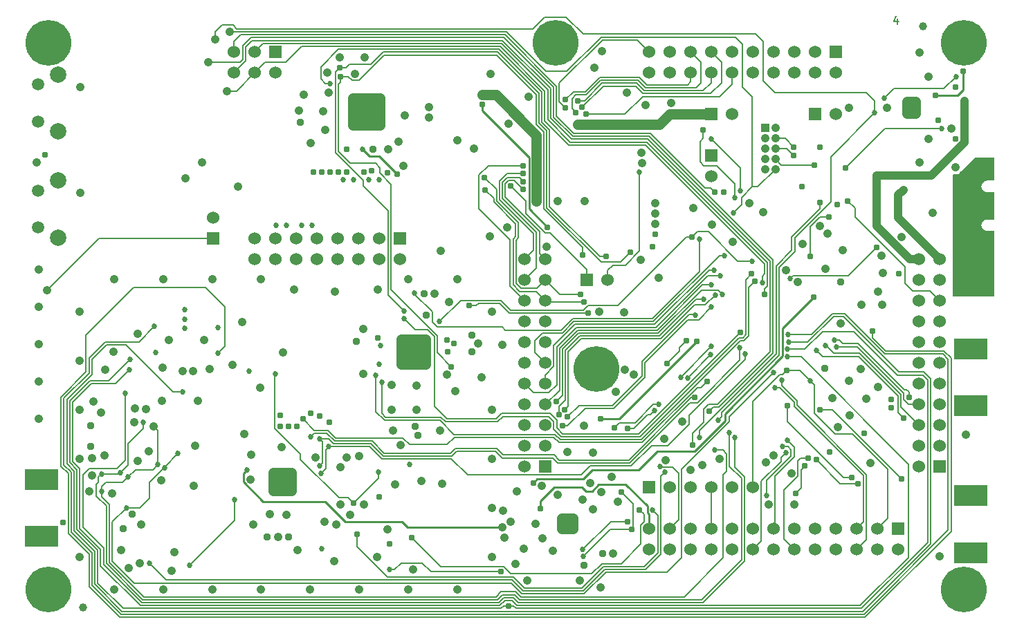
<source format=gbl>
%TF.GenerationSoftware,KiCad,Pcbnew,7.0.10-7.0.10~ubuntu23.04.1*%
%TF.CreationDate,2024-02-22T19:52:03-05:00*%
%TF.ProjectId,hackrf-one,6861636b-7266-42d6-9f6e-652e6b696361,10*%
%TF.SameCoordinates,Original*%
%TF.FileFunction,Copper,L4,Bot*%
%TF.FilePolarity,Positive*%
%FSLAX46Y46*%
G04 Gerber Fmt 4.6, Leading zero omitted, Abs format (unit mm)*
G04 Created by KiCad (PCBNEW 7.0.10-7.0.10~ubuntu23.04.1) date 2024-02-22 19:52:03*
%MOMM*%
%LPD*%
G01*
G04 APERTURE LIST*
%ADD10C,0.177800*%
%TA.AperFunction,NonConductor*%
%ADD11C,0.177800*%
%TD*%
%TA.AperFunction,SMDPad,CuDef*%
%ADD12C,1.000000*%
%TD*%
%TA.AperFunction,ComponentPad*%
%ADD13C,1.500000*%
%TD*%
%TA.AperFunction,ComponentPad*%
%ADD14C,1.400000*%
%TD*%
%TA.AperFunction,ComponentPad*%
%ADD15C,0.600000*%
%TD*%
%TA.AperFunction,ComponentPad*%
%ADD16C,5.600000*%
%TD*%
%TA.AperFunction,SMDPad,CuDef*%
%ADD17R,4.190000X2.665000*%
%TD*%
%TA.AperFunction,ComponentPad*%
%ADD18R,1.524000X1.524000*%
%TD*%
%TA.AperFunction,ComponentPad*%
%ADD19C,1.524000*%
%TD*%
%TA.AperFunction,ComponentPad*%
%ADD20R,1.066800X1.066800*%
%TD*%
%TA.AperFunction,ComponentPad*%
%ADD21C,1.066800*%
%TD*%
%TA.AperFunction,ComponentPad*%
%ADD22C,2.000000*%
%TD*%
%TA.AperFunction,ComponentPad*%
%ADD23C,0.635000*%
%TD*%
%TA.AperFunction,ComponentPad*%
%ADD24C,0.585000*%
%TD*%
%TA.AperFunction,ViaPad*%
%ADD25C,0.685800*%
%TD*%
%TA.AperFunction,ViaPad*%
%ADD26C,0.787400*%
%TD*%
%TA.AperFunction,ViaPad*%
%ADD27C,1.066800*%
%TD*%
%TA.AperFunction,ViaPad*%
%ADD28C,0.939800*%
%TD*%
%TA.AperFunction,Conductor*%
%ADD29C,0.203200*%
%TD*%
%TA.AperFunction,Conductor*%
%ADD30C,0.254000*%
%TD*%
%TA.AperFunction,Conductor*%
%ADD31C,1.016000*%
%TD*%
%TA.AperFunction,Conductor*%
%ADD32C,1.270000*%
%TD*%
G04 APERTURE END LIST*
D10*
D11*
X167893524Y-101083441D02*
X167893524Y-101760774D01*
X167651619Y-100696394D02*
X167409714Y-101422108D01*
X167409714Y-101422108D02*
X168038667Y-101422108D01*
D12*
%TO.P,FID1,*%
%TO.N,*%
X171000000Y-102000000D03*
%TD*%
D13*
%TO.P,J1,0,SHIELD*%
%TO.N,/mcu/usb/power/USB_SHIELD*%
X178800000Y-128125000D03*
D14*
X175770000Y-121510000D03*
X175770000Y-126490000D03*
D13*
X178800000Y-119875000D03*
%TD*%
D15*
%TO.P,J4,1,Pin_1*%
%TO.N,GND*%
X61800000Y-104000000D03*
D16*
X64000000Y-104000000D03*
D15*
X62450000Y-105550000D03*
X64000000Y-106200000D03*
X64000000Y-101800000D03*
X62450000Y-102450000D03*
X65550000Y-105550000D03*
X65550000Y-102450000D03*
X66200000Y-104000000D03*
%TD*%
%TO.P,J5,1,Pin_1*%
%TO.N,GND*%
X61800000Y-171000000D03*
X62450000Y-172550000D03*
X65550000Y-172550000D03*
X65550000Y-169450000D03*
X64000000Y-173200000D03*
X66200000Y-171000000D03*
X64000000Y-168800000D03*
X62450000Y-169450000D03*
D16*
X64000000Y-171000000D03*
%TD*%
D15*
%TO.P,J6,1,Pin_1*%
%TO.N,GND*%
X174450000Y-169450000D03*
X176000000Y-173200000D03*
X176000000Y-168800000D03*
X173800000Y-171000000D03*
D16*
X176000000Y-171000000D03*
D15*
X177550000Y-169450000D03*
X174450000Y-172550000D03*
X177550000Y-172550000D03*
X178200000Y-171000000D03*
%TD*%
%TO.P,J7,1,Pin_1*%
%TO.N,GND*%
X177550000Y-102450000D03*
X176000000Y-106200000D03*
X173800000Y-104000000D03*
X174450000Y-105550000D03*
X177550000Y-105550000D03*
X176000000Y-101800000D03*
X178200000Y-104000000D03*
X174450000Y-102450000D03*
D16*
X176000000Y-104000000D03*
%TD*%
D15*
%TO.P,J8,1,Pin_1*%
%TO.N,GND*%
X126000000Y-101800000D03*
X127550000Y-102450000D03*
X126000000Y-106200000D03*
X128200000Y-104000000D03*
X127550000Y-105550000D03*
D16*
X126000000Y-104000000D03*
D15*
X124450000Y-105550000D03*
X124450000Y-102450000D03*
X123800000Y-104000000D03*
%TD*%
%TO.P,J9,1,Pin_1*%
%TO.N,GND*%
X131000000Y-146200000D03*
X131000000Y-141800000D03*
X132550000Y-145550000D03*
X132550000Y-142450000D03*
D16*
X131000000Y-144000000D03*
D15*
X128800000Y-144000000D03*
X129450000Y-142450000D03*
X133200000Y-144000000D03*
X129450000Y-145550000D03*
%TD*%
%TO.P,P2,2,GND*%
%TO.N,GND*%
X175470000Y-140500000D03*
X176470000Y-141500000D03*
X175470000Y-142500000D03*
X175470000Y-147500000D03*
X177470000Y-148500000D03*
X175470000Y-149500000D03*
X175470000Y-148500000D03*
X176470000Y-149500000D03*
X177470000Y-142500000D03*
X176470000Y-148500000D03*
X176470000Y-140500000D03*
D17*
X176875000Y-148492500D03*
D15*
X177470000Y-140500000D03*
X177470000Y-141500000D03*
D17*
X176875000Y-141507500D03*
D15*
X176470000Y-142500000D03*
X175470000Y-141500000D03*
X177470000Y-147500000D03*
X176470000Y-147500000D03*
X177470000Y-149500000D03*
%TD*%
D18*
%TO.P,P3,1,Pin_1*%
%TO.N,GND*%
X145090000Y-117850000D03*
D19*
%TO.P,P3,2,Pin_2*%
X145090000Y-120390000D03*
%TD*%
D15*
%TO.P,P4,2,GND*%
%TO.N,GND*%
X62530000Y-156500000D03*
X63530000Y-165500000D03*
X64530000Y-164500000D03*
X64530000Y-157500000D03*
X64530000Y-165500000D03*
X62530000Y-164500000D03*
X63530000Y-164500000D03*
X62530000Y-157500000D03*
X62530000Y-165500000D03*
X63530000Y-163500000D03*
X64530000Y-163500000D03*
D17*
X63125000Y-157507500D03*
D15*
X63530000Y-157500000D03*
X64530000Y-158500000D03*
X63530000Y-158500000D03*
X62530000Y-158500000D03*
X63530000Y-156500000D03*
X64530000Y-156500000D03*
X62530000Y-163500000D03*
D17*
X63125000Y-164492500D03*
%TD*%
D18*
%TO.P,P5,1,Pin_1*%
%TO.N,GND*%
X91750000Y-105150000D03*
D19*
%TO.P,P5,2,Pin_2*%
%TO.N,VCC*%
X91750000Y-107690000D03*
%TO.P,P5,3,Pin_3*%
%TO.N,/mcu/usb/power/LED1*%
X89210000Y-105150000D03*
%TO.P,P5,4,Pin_4*%
%TO.N,/mcu/usb/power/LED2*%
X89210000Y-107690000D03*
%TO.P,P5,5,Pin_5*%
%TO.N,!VAA_ENABLE*%
X86670000Y-105150000D03*
%TO.P,P5,6,Pin_6*%
%TO.N,/mcu/usb/power/LED3*%
X86670000Y-107690000D03*
%TD*%
D18*
%TO.P,P9,1,Pin_1*%
%TO.N,GND*%
X106990000Y-128010000D03*
D19*
%TO.P,P9,2,Pin_2*%
X106990000Y-130550000D03*
%TO.P,P9,3,Pin_3*%
X104450000Y-128010000D03*
%TO.P,P9,4,Pin_4*%
%TO.N,/baseband/RXBBQ-*%
X104450000Y-130550000D03*
%TO.P,P9,5,Pin_5*%
%TO.N,/baseband/RXBBI-*%
X101910000Y-128010000D03*
%TO.P,P9,6,Pin_6*%
%TO.N,/baseband/RXBBQ+*%
X101910000Y-130550000D03*
%TO.P,P9,7,Pin_7*%
%TO.N,/baseband/RXBBI+*%
X99370000Y-128010000D03*
%TO.P,P9,8,Pin_8*%
%TO.N,GND*%
X99370000Y-130550000D03*
%TO.P,P9,9,Pin_9*%
X96830000Y-128010000D03*
%TO.P,P9,10,Pin_10*%
%TO.N,/baseband/TXBBI-*%
X96830000Y-130550000D03*
%TO.P,P9,11,Pin_11*%
%TO.N,/baseband/TXBBQ+*%
X94290000Y-128010000D03*
%TO.P,P9,12,Pin_12*%
%TO.N,/baseband/TXBBI+*%
X94290000Y-130550000D03*
%TO.P,P9,13,Pin_13*%
%TO.N,/baseband/TXBBQ-*%
X91750000Y-128010000D03*
%TO.P,P9,14,Pin_14*%
%TO.N,GND*%
X91750000Y-130550000D03*
%TO.P,P9,15,Pin_15*%
X89210000Y-128010000D03*
%TO.P,P9,16,Pin_16*%
X89210000Y-130550000D03*
%TD*%
D15*
%TO.P,P16,2,GND*%
%TO.N,GND*%
X175470000Y-160500000D03*
X176470000Y-167500000D03*
X175470000Y-158500000D03*
X176470000Y-160500000D03*
X176470000Y-159500000D03*
X175470000Y-167500000D03*
X177470000Y-158500000D03*
X177470000Y-165500000D03*
X176470000Y-166500000D03*
X177470000Y-159500000D03*
X177470000Y-160500000D03*
X177470000Y-167500000D03*
X175470000Y-165500000D03*
X175470000Y-159500000D03*
D17*
X176875000Y-159507500D03*
D15*
X175470000Y-166500000D03*
X176470000Y-158500000D03*
D17*
X176875000Y-166492500D03*
D15*
X177470000Y-166500000D03*
X176470000Y-165500000D03*
%TD*%
D18*
%TO.P,P20,1,Pin_1*%
%TO.N,/mcu/usb/power/VBAT*%
X173030000Y-155950000D03*
D19*
%TO.P,P20,2,Pin_2*%
%TO.N,/mcu/usb/power/RTC_ALARM*%
X170490000Y-155950000D03*
%TO.P,P20,3,Pin_3*%
%TO.N,VCC*%
X173030000Y-153410000D03*
%TO.P,P20,4,Pin_4*%
%TO.N,/mcu/usb/power/WAKEUP*%
X170490000Y-153410000D03*
%TO.P,P20,5,Pin_5*%
%TO.N,/mcu/usb/power/GPIO3_8*%
X173030000Y-150870000D03*
%TO.P,P20,6,Pin_6*%
%TO.N,/mcu/usb/power/GPIO3_9*%
X170490000Y-150870000D03*
%TO.P,P20,7,Pin_7*%
%TO.N,/mcu/usb/power/GPIO3_10*%
X173030000Y-148330000D03*
%TO.P,P20,8,Pin_8*%
%TO.N,/mcu/usb/power/GPIO3_11*%
X170490000Y-148330000D03*
%TO.P,P20,9,Pin_9*%
%TO.N,/mcu/usb/power/GPIO3_12*%
X173030000Y-145790000D03*
%TO.P,P20,10,Pin_10*%
%TO.N,/mcu/usb/power/GPIO3_13*%
X170490000Y-145790000D03*
%TO.P,P20,11,Pin_11*%
%TO.N,/mcu/usb/power/GPIO3_14*%
X173030000Y-143250000D03*
%TO.P,P20,12,Pin_12*%
%TO.N,/mcu/usb/power/GPIO3_15*%
X170490000Y-143250000D03*
%TO.P,P20,13,Pin_13*%
%TO.N,GND*%
X173030000Y-140710000D03*
%TO.P,P20,14,Pin_14*%
%TO.N,/mcu/usb/power/ADC0_6*%
X170490000Y-140710000D03*
%TO.P,P20,15,Pin_15*%
%TO.N,GND*%
X173030000Y-138170000D03*
%TO.P,P20,16,Pin_16*%
%TO.N,/mcu/usb/power/ADC0_2*%
X170490000Y-138170000D03*
%TO.P,P20,17,Pin_17*%
%TO.N,/mcu/usb/power/VBUSCTRL*%
X173030000Y-135630000D03*
%TO.P,P20,18,Pin_18*%
%TO.N,/mcu/usb/power/ADC0_5*%
X170490000Y-135630000D03*
%TO.P,P20,19,Pin_19*%
%TO.N,GND*%
X173030000Y-133090000D03*
%TO.P,P20,20,Pin_20*%
%TO.N,/mcu/usb/power/ADC0_0*%
X170490000Y-133090000D03*
%TO.P,P20,21,Pin_21*%
%TO.N,/mcu/usb/power/VBUS*%
X173030000Y-130550000D03*
%TO.P,P20,22,Pin_22*%
%TO.N,/mcu/usb/power/VIN*%
X170490000Y-130550000D03*
%TD*%
D18*
%TO.P,P22,1,Pin_1*%
%TO.N,CLKOUT*%
X167950000Y-163570000D03*
D19*
%TO.P,P22,2,Pin_2*%
%TO.N,CLKIN*%
X167950000Y-166110000D03*
%TO.P,P22,3,Pin_3*%
%TO.N,/mcu/usb/power/RESET*%
X165410000Y-163570000D03*
%TO.P,P22,4,Pin_4*%
%TO.N,GND*%
X165410000Y-166110000D03*
%TO.P,P22,5,Pin_5*%
%TO.N,/mcu/usb/power/I2C1_SCL*%
X162870000Y-163570000D03*
%TO.P,P22,6,Pin_6*%
%TO.N,/mcu/usb/power/I2C1_SDA*%
X162870000Y-166110000D03*
%TO.P,P22,7,Pin_7*%
%TO.N,/mcu/usb/power/SPIFI_CIPO*%
X160330000Y-163570000D03*
%TO.P,P22,8,Pin_8*%
%TO.N,/mcu/usb/power/SPIFI_SCK*%
X160330000Y-166110000D03*
%TO.P,P22,9,Pin_9*%
%TO.N,/mcu/usb/power/SPIFI_COPI*%
X157790000Y-163570000D03*
%TO.P,P22,10,Pin_10*%
%TO.N,GND*%
X157790000Y-166110000D03*
%TO.P,P22,11,Pin_11*%
%TO.N,VCC*%
X155250000Y-163570000D03*
%TO.P,P22,12,Pin_12*%
%TO.N,/mcu/usb/power/I2S0_RX_SCK*%
X155250000Y-166110000D03*
%TO.P,P22,13,Pin_13*%
%TO.N,/mcu/usb/power/I2S0_RX_SDA*%
X152710000Y-163570000D03*
%TO.P,P22,14,Pin_14*%
%TO.N,/mcu/usb/power/I2S0_RX_MCLK*%
X152710000Y-166110000D03*
%TO.P,P22,15,Pin_15*%
%TO.N,/mcu/usb/power/I2S0_RX_WS*%
X150170000Y-163570000D03*
%TO.P,P22,16,Pin_16*%
%TO.N,/mcu/usb/power/I2S0_TX_SCK*%
X150170000Y-166110000D03*
%TO.P,P22,17,Pin_17*%
%TO.N,/mcu/usb/power/I2S0_TX_MCLK*%
X147630000Y-163570000D03*
%TO.P,P22,18,Pin_18*%
%TO.N,GND*%
X147630000Y-166110000D03*
%TO.P,P22,19,Pin_19*%
%TO.N,/mcu/usb/power/U0_RXD*%
X145090000Y-163570000D03*
%TO.P,P22,20,Pin_20*%
%TO.N,/mcu/usb/power/U0_TXD*%
X145090000Y-166110000D03*
%TO.P,P22,21,Pin_21*%
%TO.N,/mcu/usb/power/P2_9*%
X142550000Y-163570000D03*
%TO.P,P22,22,Pin_22*%
%TO.N,/mcu/usb/power/P2_13*%
X142550000Y-166110000D03*
%TO.P,P22,23,Pin_23*%
%TO.N,/mcu/usb/power/P2_8*%
X140010000Y-163570000D03*
%TO.P,P22,24,Pin_24*%
%TO.N,SDA*%
X140010000Y-166110000D03*
%TO.P,P22,25,Pin_25*%
%TO.N,CLK6*%
X137470000Y-163570000D03*
%TO.P,P22,26,Pin_26*%
%TO.N,SCL*%
X137470000Y-166110000D03*
%TD*%
D18*
%TO.P,P25,1,Pin_1*%
%TO.N,GND*%
X137470000Y-158490000D03*
D19*
%TO.P,P25,2,Pin_2*%
%TO.N,/mcu/usb/power/ISP*%
X140010000Y-158490000D03*
%TO.P,P25,3,Pin_3*%
%TO.N,unconnected-(P25-Pad3)*%
X142550000Y-158490000D03*
%TO.P,P25,4,Pin_4*%
%TO.N,/mcu/usb/power/U0_RXD*%
X145090000Y-158490000D03*
%TO.P,P25,5,Pin_5*%
%TO.N,/mcu/usb/power/U0_TXD*%
X147630000Y-158490000D03*
%TO.P,P25,6,Pin_6*%
%TO.N,/mcu/usb/power/RESET*%
X150170000Y-158490000D03*
%TD*%
D20*
%TO.P,P26,1,Pin_1*%
%TO.N,VCC*%
X151662600Y-114466600D03*
D21*
%TO.P,P26,2,Pin_2*%
%TO.N,/mcu/usb/power/TMS*%
X152932600Y-114466600D03*
%TO.P,P26,3,Pin_3*%
%TO.N,GND*%
X151662600Y-115736600D03*
%TO.P,P26,4,Pin_4*%
%TO.N,/mcu/usb/power/TCK*%
X152932600Y-115736600D03*
%TO.P,P26,5,Pin_5*%
%TO.N,GND*%
X151662600Y-117006600D03*
%TO.P,P26,6,Pin_6*%
%TO.N,/mcu/usb/power/TDO*%
X152932600Y-117006600D03*
%TO.P,P26,7,Pin_7*%
%TO.N,unconnected-(P26-Pad7)*%
X151662600Y-118276600D03*
%TO.P,P26,8,Pin_8*%
%TO.N,/mcu/usb/power/TDI*%
X152932600Y-118276600D03*
%TO.P,P26,9,Pin_9*%
%TO.N,GND*%
X151662600Y-119546600D03*
%TO.P,P26,10,Pin_10*%
%TO.N,/mcu/usb/power/RESET*%
X152932600Y-119546600D03*
%TD*%
D18*
%TO.P,P28,1,Pin_1*%
%TO.N,VCC*%
X124770000Y-155950000D03*
D19*
%TO.P,P28,2,Pin_2*%
%TO.N,GND*%
X122230000Y-155950000D03*
%TO.P,P28,3,Pin_3*%
%TO.N,/mcu/usb/power/SD_CD*%
X124770000Y-153410000D03*
%TO.P,P28,4,Pin_4*%
%TO.N,/mcu/usb/power/SD_DAT3*%
X122230000Y-153410000D03*
%TO.P,P28,5,Pin_5*%
%TO.N,/mcu/usb/power/SD_DAT2*%
X124770000Y-150870000D03*
%TO.P,P28,6,Pin_6*%
%TO.N,/mcu/usb/power/SD_DAT1*%
X122230000Y-150870000D03*
%TO.P,P28,7,Pin_7*%
%TO.N,/mcu/usb/power/SD_DAT0*%
X124770000Y-148330000D03*
%TO.P,P28,8,Pin_8*%
%TO.N,/mcu/usb/power/SD_VOLT0*%
X122230000Y-148330000D03*
%TO.P,P28,9,Pin_9*%
%TO.N,/mcu/usb/power/SD_CMD*%
X124770000Y-145790000D03*
%TO.P,P28,10,Pin_10*%
%TO.N,/mcu/usb/power/SD_POW*%
X122230000Y-145790000D03*
%TO.P,P28,11,Pin_11*%
%TO.N,/mcu/usb/power/SD_CLK*%
X124770000Y-143250000D03*
%TO.P,P28,12,Pin_12*%
%TO.N,GND*%
X122230000Y-143250000D03*
%TO.P,P28,13,Pin_13*%
%TO.N,GCK2*%
X124770000Y-140710000D03*
%TO.P,P28,14,Pin_14*%
%TO.N,GCK1*%
X122230000Y-140710000D03*
%TO.P,P28,15,Pin_15*%
%TO.N,/mcu/usb/power/B1AUX14*%
X124770000Y-138170000D03*
%TO.P,P28,16,Pin_16*%
%TO.N,/mcu/usb/power/B1AUX13*%
X122230000Y-138170000D03*
%TO.P,P28,17,Pin_17*%
%TO.N,/mcu/usb/power/CPLD_TCK*%
X124770000Y-135630000D03*
%TO.P,P28,18,Pin_18*%
%TO.N,/mcu/usb/power/BANK2F3M2*%
X122230000Y-135630000D03*
%TO.P,P28,19,Pin_19*%
%TO.N,/mcu/usb/power/CPLD_TDI*%
X124770000Y-133090000D03*
%TO.P,P28,20,Pin_20*%
%TO.N,/mcu/usb/power/BANK2F3M6*%
X122230000Y-133090000D03*
%TO.P,P28,21,Pin_21*%
%TO.N,/mcu/usb/power/BANK2F3M12*%
X124770000Y-130550000D03*
%TO.P,P28,22,Pin_22*%
%TO.N,/mcu/usb/power/BANK2F3M4*%
X122230000Y-130550000D03*
%TD*%
D18*
%TO.P,P29,1,Pin_1*%
%TO.N,/mcu/usb/power/CPLD_TMS*%
X129850000Y-133090000D03*
D19*
%TO.P,P29,2,Pin_2*%
%TO.N,/mcu/usb/power/CPLD_TDO*%
X132390000Y-133090000D03*
%TD*%
D18*
%TO.P,P30,1,Pin_1*%
%TO.N,VCC*%
X160330000Y-105150000D03*
D19*
%TO.P,P30,2,Pin_2*%
%TO.N,GND*%
X160330000Y-107690000D03*
%TO.P,P30,3,Pin_3*%
%TO.N,/mcu/usb/power/B2AUX16*%
X157790000Y-105150000D03*
%TO.P,P30,4,Pin_4*%
%TO.N,/mcu/usb/power/B2AUX15*%
X157790000Y-107690000D03*
%TO.P,P30,5,Pin_5*%
%TO.N,/mcu/usb/power/B2AUX14*%
X155250000Y-105150000D03*
%TO.P,P30,6,Pin_6*%
%TO.N,/mcu/usb/power/B2AUX13*%
X155250000Y-107690000D03*
%TO.P,P30,7,Pin_7*%
%TO.N,/mcu/usb/power/B2AUX12*%
X152710000Y-105150000D03*
%TO.P,P30,8,Pin_8*%
%TO.N,/mcu/usb/power/B2AUX11*%
X152710000Y-107690000D03*
%TO.P,P30,9,Pin_9*%
%TO.N,/mcu/usb/power/B2AUX10*%
X150170000Y-105150000D03*
%TO.P,P30,10,Pin_10*%
%TO.N,/mcu/usb/power/B2AUX9*%
X150170000Y-107690000D03*
%TO.P,P30,11,Pin_11*%
%TO.N,/mcu/usb/power/B2AUX8*%
X147630000Y-105150000D03*
%TO.P,P30,12,Pin_12*%
%TO.N,/mcu/usb/power/B2AUX7*%
X147630000Y-107690000D03*
%TO.P,P30,13,Pin_13*%
%TO.N,/mcu/usb/power/B2AUX6*%
X145090000Y-105150000D03*
%TO.P,P30,14,Pin_14*%
%TO.N,/mcu/usb/power/B2AUX5*%
X145090000Y-107690000D03*
%TO.P,P30,15,Pin_15*%
%TO.N,/mcu/usb/power/B2AUX4*%
X142550000Y-105150000D03*
%TO.P,P30,16,Pin_16*%
%TO.N,/mcu/usb/power/B2AUX3*%
X142550000Y-107690000D03*
%TO.P,P30,17,Pin_17*%
%TO.N,/mcu/usb/power/B2AUX2*%
X140010000Y-105150000D03*
%TO.P,P30,18,Pin_18*%
%TO.N,/mcu/usb/power/B2AUX1*%
X140010000Y-107690000D03*
%TO.P,P30,19,Pin_19*%
%TO.N,/mcu/usb/power/GCK0*%
X137470000Y-105150000D03*
%TO.P,P30,20,Pin_20*%
%TO.N,GND*%
X137470000Y-107690000D03*
%TD*%
D18*
%TO.P,P80,1,Pin_1*%
%TO.N,/mcu/usb/power/USB_SHIELD*%
X178110000Y-130550000D03*
D19*
%TO.P,P80,2,Pin_2*%
X178110000Y-133090000D03*
%TD*%
D22*
%TO.P,SW1,0,SHIELD*%
%TO.N,GND*%
X65190000Y-120895000D03*
X65190000Y-127905000D03*
D13*
%TO.P,SW1,1,1*%
%TO.N,VCC*%
X62700000Y-122150000D03*
%TO.P,SW1,2,2*%
%TO.N,Net-(R30-Pad2)*%
X62700000Y-126650000D03*
%TD*%
D22*
%TO.P,SW2,0,SHIELD*%
%TO.N,GND*%
X65190000Y-107895000D03*
X65190000Y-114905000D03*
D13*
%TO.P,SW2,1,1*%
X62700000Y-109150000D03*
%TO.P,SW2,2,2*%
%TO.N,Net-(R19-Pad2)*%
X62700000Y-113650000D03*
%TD*%
D15*
%TO.P,U4,0,EP*%
%TO.N,GND*%
X93720400Y-158863600D03*
X92620400Y-157763600D03*
X91520400Y-157763600D03*
X91520400Y-158863600D03*
X93720400Y-157763600D03*
X92620400Y-158863600D03*
X91520400Y-156663600D03*
X93720400Y-156663600D03*
X92620400Y-156663600D03*
%TD*%
D23*
%TO.P,U17,0,EP*%
%TO.N,GND*%
X107148500Y-143397100D03*
X107148500Y-141897100D03*
X108648500Y-143397100D03*
X108648500Y-141897100D03*
X110148500Y-140397100D03*
X108648500Y-140397100D03*
X110148500Y-141897100D03*
X110148500Y-143397100D03*
X107148500Y-140397100D03*
%TD*%
%TO.P,U18,0,EP*%
%TO.N,GND*%
X102895400Y-114111800D03*
X104545400Y-114111800D03*
X101245400Y-112461800D03*
X101245400Y-114111800D03*
X101245400Y-110811800D03*
X104545400Y-112461800D03*
X102895400Y-112461800D03*
X102895400Y-110811800D03*
X104545400Y-110811800D03*
%TD*%
D15*
%TO.P,U19,0,GND*%
%TO.N,GND*%
X126809200Y-163586000D03*
X128129200Y-163586000D03*
X127469200Y-162926000D03*
X126809200Y-162266000D03*
X128129200Y-162266000D03*
%TD*%
D24*
%TO.P,U21,0,PP*%
%TO.N,GND*%
X170030000Y-111201200D03*
X170030000Y-112701200D03*
X169030000Y-112701200D03*
X169030000Y-111201200D03*
X169530000Y-111951200D03*
%TD*%
D18*
%TO.P,NT1,1,1*%
%TO.N,+1V8*%
X145090000Y-112770000D03*
D19*
%TO.P,NT1,2,2*%
%TO.N,/mcu/usb/power/REG_OUT2*%
X147630000Y-112770000D03*
%TD*%
D18*
%TO.P,NT2,1,1*%
%TO.N,VCC*%
X157790000Y-112770000D03*
D19*
%TO.P,NT2,2,2*%
%TO.N,/mcu/usb/power/REG_OUT1*%
X160330000Y-112770000D03*
%TD*%
D18*
%TO.P,NT3,1,1*%
%TO.N,VAA*%
X84130000Y-128010000D03*
D19*
%TO.P,NT3,2,2*%
%TO.N,Net-(C105-Pad1)*%
X84130000Y-125470000D03*
%TD*%
D12*
%TO.P,FID2,*%
%TO.N,*%
X68200000Y-173200000D03*
%TD*%
D25*
%TO.N,!MIX_BYPASS*%
X154411800Y-141573600D03*
X73944200Y-142827200D03*
X105681920Y-168571120D03*
D26*
X120294400Y-173024800D03*
X119354100Y-168846496D03*
D25*
%TO.N,!RX_AMP_PWR*%
X147960200Y-152394000D03*
X73341200Y-146925600D03*
%TO.N,!TX_AMP_PWR*%
X139413100Y-156635800D03*
X76327700Y-167803800D03*
D26*
%TO.N,!VAA_ENABLE*%
X145496400Y-122345800D03*
D25*
%TO.N,/frontend/!ANT_BIAS*%
X81209000Y-168040400D03*
X86746200Y-160039400D03*
D27*
%TO.N,/frontend/REF_IN*%
X119512200Y-163417600D03*
D25*
X88265000Y-156362400D03*
D26*
%TO.N,/mcu/usb/power/B2AUX3*%
X127259200Y-110992000D03*
%TO.N,/mcu/usb/power/B2AUX4*%
X128529200Y-112592200D03*
%TO.N,/mcu/usb/power/B2AUX5*%
X128757800Y-111119000D03*
%TO.N,/mcu/usb/power/B2AUX6*%
X129265800Y-111931800D03*
%TO.N,/mcu/usb/power/B2AUX7*%
X129748400Y-112770000D03*
%TO.N,/mcu/usb/power/BANK2F3M12*%
X122026800Y-121990200D03*
%TO.N,/mcu/usb/power/BANK2F3M2*%
X122026800Y-119069200D03*
%TO.N,/mcu/usb/power/BANK2F3M4*%
X122077600Y-120059800D03*
%TO.N,/mcu/usb/power/BANK2F3M6*%
X122052200Y-121025000D03*
%TO.N,/mcu/usb/power/CPLD_TCK*%
X129469000Y-135782400D03*
X117429400Y-122041000D03*
%TO.N,/mcu/usb/power/CPLD_TDI*%
X129113400Y-134893400D03*
X117327800Y-120517000D03*
D25*
%TO.N,/mcu/usb/power/CPLD_TDO*%
X136301600Y-119907400D03*
D26*
%TO.N,/mcu/usb/power/CPLD_TMS*%
X120553600Y-121583800D03*
X139674600Y-143281400D03*
X142036800Y-140512800D03*
D27*
%TO.N,/mcu/usb/power/EN1V8*%
X84409400Y-103575200D03*
D25*
X165085000Y-112586200D03*
X145902800Y-150285800D03*
D26*
%TO.N,/mcu/usb/power/GCK0*%
X127208400Y-111982600D03*
%TO.N,/mcu/usb/power/GPIO3_10*%
X169291000Y-147472400D03*
D25*
X160131864Y-140431638D03*
%TO.N,/mcu/usb/power/GPIO3_11*%
X160401272Y-141311703D03*
D26*
%TO.N,/mcu/usb/power/GPIO3_8*%
X168630000Y-150020000D03*
D25*
X157967800Y-141700600D03*
%TO.N,/mcu/usb/power/GPIO3_9*%
X159018313Y-141114138D03*
D26*
%TO.N,/mcu/usb/power/GP_CLKIN*%
X123296800Y-157956600D03*
X157586800Y-135198200D03*
D25*
%TO.N,/mcu/usb/power/I2C1_SCL*%
X142194400Y-145078800D03*
X152862400Y-146247200D03*
X145013800Y-142259400D03*
%TO.N,/mcu/usb/power/I2C1_SDA*%
X153700600Y-145358200D03*
X141330800Y-145002600D03*
X145090000Y-141243400D03*
D26*
%TO.N,/mcu/usb/power/I2S0_RX_SCK*%
X156926400Y-154959400D03*
D25*
%TO.N,/mcu/usb/power/I2S0_RX_SDA*%
X154366540Y-152734589D03*
%TO.N,/mcu/usb/power/I2S0_RX_WS*%
X153776800Y-153511600D03*
X151821000Y-159531400D03*
%TO.N,/mcu/usb/power/I2S0_TX_SCK*%
X154208600Y-154248200D03*
D26*
%TO.N,/mcu/usb/power/LED1*%
X151617800Y-134868000D03*
D27*
%TO.N,/mcu/usb/power/LED2*%
X85857200Y-109925200D03*
D25*
X151313000Y-133445600D03*
D26*
%TO.N,/mcu/usb/power/LED3*%
X142778600Y-153308400D03*
D27*
%TO.N,/mcu/usb/power/P2_8*%
X83545800Y-106420000D03*
D26*
X144836000Y-149142800D03*
D25*
X138816200Y-155937300D03*
D26*
%TO.N,/mcu/usb/power/REG_OUT1*%
X175895120Y-107532520D03*
X172552600Y-110503400D03*
%TO.N,/mcu/usb/power/RESET*%
X154335600Y-144139000D03*
D25*
X147792993Y-124823953D03*
X157180400Y-145434400D03*
D27*
X86136600Y-102686200D03*
D26*
%TO.N,/mcu/usb/power/SD_CD*%
X127513200Y-149854000D03*
D25*
X143134200Y-137357200D03*
%TO.N,/mcu/usb/power/SD_CLK*%
X146664800Y-130118200D03*
%TO.N,/mcu/usb/power/SD_CMD*%
X145420200Y-131870800D03*
%TO.N,/mcu/usb/power/SD_DAT0*%
X145115400Y-133699600D03*
%TO.N,/mcu/usb/power/SD_DAT1*%
X145598000Y-134918800D03*
D26*
X127157600Y-148965000D03*
%TO.N,/mcu/usb/power/SD_DAT2*%
X126471800Y-149625400D03*
D25*
X144182930Y-135474537D03*
%TO.N,/mcu/usb/power/SD_DAT3*%
X145090000Y-136417400D03*
D26*
X126852800Y-150971600D03*
D25*
%TO.N,/mcu/usb/power/SD_POW*%
X146207600Y-132531200D03*
%TO.N,/mcu/usb/power/SD_VOLT0*%
X146461600Y-134817200D03*
D26*
X126090800Y-147974400D03*
D25*
%TO.N,/mcu/usb/power/SGPIO13*%
X148646000Y-122193400D03*
X145090000Y-115767200D03*
D26*
%TO.N,/mcu/usb/power/SGPIO9*%
X144074000Y-114675000D03*
D25*
X147960200Y-123006200D03*
D26*
%TO.N,/mcu/usb/power/SPIFI_CIPO*%
X162306000Y-157251400D03*
X154432000Y-148488400D03*
%TO.N,/mcu/usb/power/SPIFI_SIO2*%
X157917000Y-155061000D03*
X162991800Y-158013400D03*
%TO.N,/mcu/usb/power/SPIFI_SIO3*%
X155371800Y-159258000D03*
X156545400Y-155848400D03*
%TO.N,/mcu/usb/power/TCK*%
X155142400Y-116778000D03*
%TO.N,/mcu/usb/power/TDI*%
X157688400Y-119018400D03*
%TO.N,/mcu/usb/power/TDO*%
X155148400Y-117824600D03*
%TO.N,/mcu/usb/power/VBAT*%
X168351200Y-157429200D03*
X158389695Y-148962882D03*
D27*
%TO.N,/mcu/usb/power/VBUS*%
X167925000Y-124875000D03*
X168585000Y-122041000D03*
D26*
%TO.N,/mcu/usb/power/VBUSCTRL*%
X161800000Y-123400000D03*
D27*
%TO.N,/mcu/usb/power/VIN*%
X176083080Y-111121540D03*
X165283000Y-120313800D03*
D26*
%TO.N,/mcu/usb/power/VREGMODE*%
X158348800Y-123615800D03*
D25*
X143626154Y-152339458D03*
D27*
%TO.N,AMP_BYPASS*%
X76835000Y-151003000D03*
D25*
X73750000Y-157200000D03*
X70471000Y-159016000D03*
X145496400Y-153918000D03*
X77379800Y-155714000D03*
D26*
%TO.N,CLK6*%
X124211200Y-161080800D03*
D25*
%TO.N,CS_AD*%
X98463100Y-108994700D03*
D26*
X132212200Y-130219800D03*
%TO.N,CS_XCVR*%
X130053200Y-137128600D03*
X115468400Y-136245600D03*
D25*
%TO.N,GCK1*%
X102450900Y-117097300D03*
D26*
X106659800Y-120110600D03*
%TO.N,GCK2*%
X125049400Y-126613000D03*
X117094000Y-111582200D03*
D27*
%TO.N,GND*%
X114000000Y-171000000D03*
X74879200Y-139700000D03*
X102000000Y-171000000D03*
X67750000Y-137000000D03*
X171689000Y-115761200D03*
D28*
X115785900Y-141846300D03*
D27*
X118250000Y-137000000D03*
D28*
X115760500Y-139865100D03*
D26*
X98450400Y-119827800D03*
D27*
X102006400Y-154686000D03*
X133431400Y-146780600D03*
X122529600Y-169900600D03*
X62794000Y-150082600D03*
X114046000Y-116001800D03*
X165933110Y-130104344D03*
X161910000Y-111951200D03*
D26*
X97167000Y-149762600D03*
D27*
X147739111Y-128398095D03*
X172150000Y-124875000D03*
X129621400Y-123463400D03*
X174483000Y-114491200D03*
X100850000Y-161827600D03*
D28*
X93382400Y-164570800D03*
D27*
X110502700Y-111941100D03*
D26*
X174991000Y-115761200D03*
D27*
X154887395Y-156775704D03*
X71912200Y-141862000D03*
D26*
X94373000Y-151007200D03*
D27*
X70852000Y-154621800D03*
X118250000Y-161000000D03*
X131577200Y-170783600D03*
D26*
X172832000Y-113475200D03*
D28*
X74255600Y-161810000D03*
D27*
X87700000Y-138200000D03*
X116522500Y-140881100D03*
X96000000Y-171000000D03*
X69302600Y-157034800D03*
X104163000Y-167052200D03*
X164047256Y-147615843D03*
D26*
X92341000Y-151007200D03*
X97434400Y-119827800D03*
D27*
X170546000Y-105220200D03*
X138206600Y-126257400D03*
X120528200Y-162706400D03*
X118110000Y-107873800D03*
X77735400Y-157669800D03*
D26*
X167100000Y-148700000D03*
D27*
X90000000Y-171000000D03*
X81901000Y-153428000D03*
X112000000Y-129500000D03*
X129494400Y-150971600D03*
X62794000Y-131820000D03*
X136652000Y-118795800D03*
D25*
X100076000Y-120767600D03*
D27*
X83062800Y-140414200D03*
X62794000Y-136392000D03*
X127462400Y-154172000D03*
X74916000Y-155282200D03*
X118250000Y-149000000D03*
X94449200Y-166145600D03*
X139527400Y-155188000D03*
X114000000Y-133000000D03*
D25*
X94945200Y-126381000D03*
D28*
X158982392Y-143880057D03*
D27*
X94620200Y-112350900D03*
D25*
X103200200Y-120767600D03*
D27*
X90000000Y-133000000D03*
X78744800Y-140414200D03*
D26*
X100482400Y-119827800D03*
D27*
X166609000Y-111951200D03*
X99000000Y-134500000D03*
X86482200Y-143481600D03*
X80777200Y-120644000D03*
X164566600Y-155549600D03*
D26*
X92341000Y-149661000D03*
D27*
X151744305Y-155464587D03*
D25*
X104470200Y-120767600D03*
D27*
X109628500Y-157672300D03*
X96659000Y-154842600D03*
X73817400Y-168393800D03*
X67750000Y-149000000D03*
D28*
X160904166Y-133337236D03*
D27*
X102590600Y-160629600D03*
D26*
X99466400Y-119827800D03*
D27*
X120294400Y-113919000D03*
X108000000Y-133000000D03*
X70947000Y-144071800D03*
X175000000Y-119300000D03*
D28*
X109207300Y-152107900D03*
D27*
X130281800Y-157931200D03*
X112166400Y-158064200D03*
X67750000Y-143000000D03*
X92679800Y-141983000D03*
X134520174Y-144095583D03*
X121264800Y-158998000D03*
X105483800Y-163648600D03*
X168407200Y-127806800D03*
X160922127Y-138420061D03*
X88696800Y-157530800D03*
X170546000Y-118682200D03*
X69302600Y-154926600D03*
D28*
X109918500Y-134759700D03*
D27*
X81665800Y-144224200D03*
X78000000Y-171000000D03*
X143947000Y-155746800D03*
X72000000Y-133000000D03*
X119557800Y-161315400D03*
D26*
X96418400Y-119827800D03*
D27*
X75311000Y-163068000D03*
D26*
X96024000Y-149381600D03*
D27*
X159287720Y-127410267D03*
X75869800Y-148894800D03*
X161191535Y-129457765D03*
D26*
X105491400Y-119958200D03*
D27*
X88810400Y-154461600D03*
X87921400Y-151921600D03*
X136477870Y-130643159D03*
X109029500Y-149009100D03*
X140137000Y-111423800D03*
X94000000Y-134250000D03*
X160544956Y-151118143D03*
X83697800Y-143995600D03*
X99187000Y-163068000D03*
X131628000Y-159074200D03*
X95211900Y-110366300D03*
X69000000Y-159000000D03*
X161981797Y-149681302D03*
X149768649Y-123638559D03*
X98132900Y-107699300D03*
X72000000Y-171000000D03*
D26*
X159593400Y-154146600D03*
X98310000Y-150524600D03*
D27*
X107416600Y-119091200D03*
X124947800Y-128975200D03*
D26*
X102616000Y-119827800D03*
D27*
X166112715Y-132259605D03*
X97725800Y-162716600D03*
X171689000Y-108141200D03*
X96080700Y-116300600D03*
D26*
X103530400Y-119726200D03*
D27*
X62794000Y-140938600D03*
D25*
X93091000Y-126381000D03*
D27*
X74484200Y-150481600D03*
X111925100Y-151549100D03*
D25*
X91821000Y-126381000D03*
D28*
X69100000Y-153500000D03*
D27*
X79070200Y-168706800D03*
X134752200Y-110141100D03*
X128955800Y-169900600D03*
X76287600Y-154113800D03*
X121080200Y-167877800D03*
X158389695Y-126512241D03*
D28*
X90715400Y-164570800D03*
D27*
X165484097Y-134504669D03*
X92112400Y-164570800D03*
X84000000Y-133000000D03*
X67750000Y-155000000D03*
X69448800Y-147999800D03*
X118250000Y-155000000D03*
X122758200Y-110642400D03*
X71766400Y-159270000D03*
X77982800Y-143868600D03*
X106133900Y-151549100D03*
X67874000Y-122396600D03*
X118250000Y-167000000D03*
X78000000Y-133000000D03*
X133050400Y-166643400D03*
X131699000Y-105054400D03*
X112966500Y-135775700D03*
X100431600Y-154838400D03*
X108633400Y-168576200D03*
X106360400Y-158164000D03*
X80395800Y-144224200D03*
D26*
X163759000Y-151911400D03*
D27*
X176205000Y-152013000D03*
D28*
X69100000Y-150900000D03*
X94830900Y-113795300D03*
D27*
X173030000Y-166922800D03*
D26*
X160533200Y-123869800D03*
X93357000Y-151007200D03*
D25*
X96220400Y-126384400D03*
D27*
X131399400Y-137001600D03*
X89885800Y-146275600D03*
X105981500Y-149009100D03*
X81774000Y-158330200D03*
X126263400Y-123393200D03*
X62540000Y-118713600D03*
X102527100Y-139103100D03*
D26*
X174991000Y-109411200D03*
D27*
X102527100Y-144564100D03*
D26*
X65750000Y-162790000D03*
D27*
X139349600Y-152546400D03*
X84000000Y-171000000D03*
X67750000Y-167000000D03*
D25*
X80649800Y-137874200D03*
D26*
X138232000Y-127502000D03*
D27*
X130637400Y-154273600D03*
D28*
X101638100Y-140652500D03*
D27*
X152095200Y-160578800D03*
X117962800Y-127705200D03*
X104250000Y-134250000D03*
X111188500Y-134759700D03*
X108000000Y-171000000D03*
D25*
X80649800Y-139017200D03*
D28*
X73087200Y-163537200D03*
D27*
X119500000Y-141000000D03*
X62794000Y-145510600D03*
X166022912Y-136121115D03*
X165484097Y-146179002D03*
X77851000Y-147904200D03*
X107061000Y-153339800D03*
X142853852Y-124267177D03*
X82270600Y-147878800D03*
X155695618Y-133337236D03*
X87152600Y-121660000D03*
X106845100Y-116106700D03*
X154258777Y-131900395D03*
D25*
X101346000Y-120767600D03*
D27*
X138206600Y-124987400D03*
X110502700Y-113160300D03*
X89064400Y-163046800D03*
X117000000Y-145000000D03*
X122135200Y-165999400D03*
X125691200Y-166228000D03*
D28*
X108851700Y-150990300D03*
D27*
X102646600Y-105835800D03*
X99631500Y-105819700D03*
D25*
X80649800Y-136731200D03*
D27*
X98970400Y-167542600D03*
X124338200Y-158312200D03*
X113728500Y-146723100D03*
D26*
%TO.N,HP*%
X164846000Y-139319000D03*
D25*
X84713800Y-142065200D03*
%TO.N,LP*%
X154462600Y-139795600D03*
X76966800Y-138737800D03*
%TO.N,MIXER_ENX*%
X97167000Y-152556600D03*
X97129600Y-155854400D03*
X148595200Y-141395800D03*
%TO.N,MIXER_RESETX*%
X149204800Y-142132400D03*
X97370200Y-156747600D03*
X98298000Y-153517600D03*
%TO.N,MIXER_SCLK*%
X96024000Y-152302600D03*
D26*
X143083400Y-147491800D03*
%TO.N,MIXER_SDATA*%
X95128200Y-150108000D03*
X144556600Y-145510600D03*
%TO.N,MIX_BYPASS*%
X136301600Y-161258600D03*
X108432600Y-164668200D03*
D25*
%TO.N,RSSI*%
X107518200Y-137845800D03*
D26*
X148646000Y-139490800D03*
D25*
%TO.N,RX*%
X137901800Y-161309400D03*
D26*
X101732200Y-164205000D03*
X101325800Y-160420400D03*
D25*
X104394000Y-156591000D03*
X91765400Y-144624600D03*
D26*
%TO.N,RXENABLE*%
X150017600Y-132353400D03*
D25*
X104749600Y-145618200D03*
%TO.N,RX_AMP*%
X70471000Y-156857000D03*
X147325200Y-151809800D03*
X75576400Y-150481600D03*
X72757000Y-156730000D03*
%TO.N,RX_MIX_BP*%
X154437200Y-142513400D03*
X73893400Y-144097200D03*
D26*
%TO.N,SCL*%
X135361800Y-163646200D03*
X133202800Y-151225600D03*
D25*
X129392800Y-166973600D03*
D26*
X134091800Y-159074200D03*
D25*
X138638400Y-148355400D03*
%TO.N,SDA*%
X138181200Y-149066600D03*
D26*
X134828400Y-162681000D03*
X134803000Y-151251000D03*
D25*
X129374200Y-166101000D03*
D26*
%TO.N,SGPIO_CLK*%
X131551800Y-150082600D03*
X143281400Y-140639800D03*
D25*
%TO.N,SSP1_CIPO*%
X108762800Y-134721600D03*
X143608193Y-128038885D03*
D26*
%TO.N,SSP1_COPI*%
X99598600Y-107055000D03*
D25*
X107518200Y-136855200D03*
D26*
X135186540Y-129714340D03*
%TO.N,SSP1_SCK*%
X113289200Y-143732600D03*
X129316600Y-129991200D03*
X99740840Y-108147200D03*
D25*
%TO.N,TXENABLE*%
X104038400Y-144729200D03*
D26*
X150424000Y-133267800D03*
D25*
%TO.N,TX_AMP*%
X79843600Y-154342400D03*
X78192600Y-156095000D03*
X152735400Y-144418400D03*
X73533000Y-160985200D03*
%TO.N,TX_MIX_BP*%
X154538800Y-140735400D03*
X80416400Y-146761200D03*
D26*
%TO.N,VAA*%
X104279700Y-140195300D03*
D27*
X79375700Y-166406800D03*
X112712500Y-144691100D03*
D28*
X103657400Y-117033800D03*
D27*
X63810000Y-134360000D03*
X99707000Y-155985600D03*
D28*
X110197900Y-137426700D03*
D25*
X84713800Y-138890200D03*
D27*
X97604700Y-112414400D03*
D25*
X108204000Y-155651200D03*
D27*
X70369400Y-149364000D03*
D25*
X88488800Y-144243600D03*
D27*
X105562400Y-117059200D03*
X101460300Y-107826300D03*
D26*
X104444000Y-159664400D03*
D27*
X105981500Y-145986500D03*
D26*
X112864900Y-141846300D03*
D27*
X97828100Y-114735100D03*
X92468000Y-153572600D03*
X75184700Y-167803800D03*
D25*
X104584500Y-141109700D03*
X104406700Y-143421100D03*
D27*
X109029500Y-146011900D03*
D26*
X112712500Y-140474700D03*
D27*
X99720400Y-160553400D03*
D26*
X105681920Y-165386880D03*
X100482400Y-117033800D03*
D27*
X98252400Y-110153800D03*
D25*
X77093800Y-141938200D03*
D27*
X74535000Y-148856000D03*
X93103000Y-161827600D03*
X119740800Y-164662200D03*
X72831800Y-166203400D03*
D25*
X97390520Y-166023680D03*
D27*
%TO.N,VCC*%
X159872800Y-147593400D03*
D26*
X146588600Y-122320400D03*
X167100000Y-147700000D03*
D28*
X131787200Y-166609000D03*
D27*
X145206679Y-126332636D03*
X163492300Y-136112600D03*
X138633131Y-132798420D03*
X116078000Y-117017800D03*
X156234433Y-128667503D03*
X130637400Y-161207800D03*
X163328836Y-144023741D03*
D28*
X129501200Y-168006000D03*
D27*
X67874000Y-109442600D03*
X130810000Y-107111800D03*
X135615800Y-144697800D03*
X155219400Y-160553400D03*
X142524600Y-156381800D03*
X159061418Y-131688461D03*
X91096400Y-161776800D03*
X123576200Y-162935000D03*
X134412411Y-137019141D03*
D26*
X168000800Y-132353400D03*
D27*
X152732133Y-154620443D03*
X82809200Y-118662800D03*
X137033000Y-111683800D03*
X132898000Y-157169200D03*
D26*
X158348800Y-116808600D03*
D27*
X151474898Y-124805993D03*
X141506813Y-150399722D03*
D26*
X156189800Y-121609200D03*
D27*
X124409200Y-164719000D03*
D26*
X137927200Y-128975200D03*
D27*
X161891995Y-145460582D03*
X126326200Y-159370000D03*
X129311400Y-160020000D03*
X146086744Y-154979653D03*
D26*
X63581400Y-117773800D03*
D27*
X120142000Y-126669800D03*
X136525000Y-117525800D03*
D26*
X113601500Y-140906500D03*
D27*
X138206600Y-123692000D03*
X107599600Y-112922400D03*
X133634600Y-160293400D03*
D25*
%TO.N,XCVR_EN*%
X111823500Y-138188700D03*
D26*
X142702400Y-127857600D03*
D25*
X150038057Y-130768883D03*
D26*
%TO.N,Net-(J1-Pad4)*%
X165308400Y-129076800D03*
D25*
X154701360Y-132896960D03*
D26*
%TO.N,Net-(R51-Pad1)*%
X161473000Y-119348600D03*
D25*
X173289200Y-114491200D03*
%TO.N,Net-(R52-Pad2)*%
X175016400Y-108141200D03*
X166228000Y-110808200D03*
D26*
%TO.N,Net-(R62-Pad1)*%
X157155000Y-130194400D03*
X159441000Y-125393800D03*
D27*
%TO.N,+1V8*%
X117094000Y-110363000D03*
X123698000Y-115341400D03*
X128707000Y-114040000D03*
X123703200Y-123412600D03*
%TD*%
D29*
%TO.N,!MIX_BYPASS*%
X156550502Y-141573600D02*
X158734902Y-139389200D01*
X158734902Y-139389200D02*
X162554996Y-139389200D01*
X121177394Y-173323594D02*
X120878600Y-173024800D01*
X120294400Y-173024800D02*
X120878600Y-173024800D01*
X119653394Y-173024800D02*
X119354600Y-173323594D01*
X71362404Y-145408996D02*
X69052618Y-145408996D01*
X67462396Y-163667392D02*
X70002390Y-166207386D01*
X70002390Y-166207386D02*
X70002390Y-170205390D01*
X70002390Y-170205390D02*
X73120594Y-173323594D01*
X73120594Y-173323594D02*
X119354600Y-173323594D01*
X106332280Y-168571120D02*
X107136400Y-167767000D01*
X107136400Y-167767000D02*
X109677200Y-167767000D01*
X167894996Y-144729200D02*
X170967400Y-144729200D01*
X170967400Y-144729200D02*
X171551600Y-145313400D01*
X171551600Y-145313400D02*
X171551600Y-165246498D01*
X171551600Y-165246498D02*
X163474504Y-173323594D01*
X66578598Y-147883016D02*
X66578598Y-155462296D01*
X66578598Y-155462296D02*
X67462396Y-156346094D01*
X67462396Y-156346094D02*
X67462396Y-163667392D01*
X162554996Y-139389200D02*
X167894996Y-144729200D01*
X110756696Y-168846496D02*
X109677200Y-167767000D01*
X106332280Y-168571120D02*
X105681920Y-168571120D01*
X69052618Y-145408996D02*
X66578598Y-147883016D01*
X163474504Y-173323594D02*
X121177394Y-173323594D01*
X119653394Y-173024800D02*
X120294400Y-173024800D01*
X73944200Y-142827200D02*
X71362404Y-145408996D01*
X154411800Y-141573600D02*
X156550502Y-141573600D01*
X119354100Y-168846496D02*
X110756696Y-168846496D01*
%TO.N,!RX_AMP_PWR*%
X147960200Y-152394000D02*
X147960200Y-156051600D01*
X147960200Y-156051600D02*
X149128600Y-157220000D01*
X149128600Y-167527298D02*
X144043508Y-172612390D01*
X121471986Y-172612390D02*
X120868394Y-172008798D01*
X120868394Y-172008798D02*
X119663600Y-172008798D01*
X119663600Y-172008798D02*
X119060008Y-172612390D01*
X68173600Y-163372800D02*
X70713594Y-165912794D01*
X70713594Y-165912794D02*
X70713594Y-167959104D01*
X70713594Y-167959104D02*
X75366880Y-172612390D01*
X75366880Y-172612390D02*
X119060008Y-172612390D01*
X73341200Y-155181800D02*
X72369800Y-156153200D01*
X72369800Y-156153200D02*
X68991600Y-156153200D01*
X68991600Y-156153200D02*
X68173600Y-156971200D01*
X68173600Y-156971200D02*
X68173600Y-163372800D01*
X73341200Y-146925600D02*
X73341200Y-155181800D01*
X149128600Y-157220000D02*
X149128600Y-167527298D01*
X144043508Y-172612390D02*
X121471986Y-172612390D01*
%TO.N,!TX_AMP_PWR*%
X132039496Y-168548406D02*
X129397920Y-171189982D01*
X122061170Y-171189982D02*
X120720986Y-169849798D01*
X120720986Y-169849798D02*
X78373698Y-169849798D01*
X78373698Y-169849798D02*
X76327700Y-167803800D01*
X138892402Y-166689096D02*
X137033092Y-168548406D01*
X137033092Y-168548406D02*
X132039496Y-168548406D01*
X139413100Y-156635800D02*
X138892402Y-157156498D01*
X138892402Y-157156498D02*
X138892402Y-166689096D01*
X129397920Y-171189982D02*
X122061170Y-171189982D01*
%TO.N,!VAA_ENABLE*%
X86670000Y-103854600D02*
X86670000Y-105150000D01*
X87482806Y-103041794D02*
X86670000Y-103854600D01*
X119846280Y-103041794D02*
X126136534Y-109332048D01*
X126136534Y-109332048D02*
X126136534Y-112998600D01*
X128270126Y-115132192D02*
X137627384Y-115132192D01*
X145496400Y-122345800D02*
X144988400Y-121837800D01*
X144988400Y-121837800D02*
X144332992Y-121837800D01*
X144332992Y-121837800D02*
X137627384Y-115132192D01*
X87482806Y-103041794D02*
X119846280Y-103041794D01*
X126136534Y-112998600D02*
X128270126Y-115132192D01*
%TO.N,/frontend/!ANT_BIAS*%
X81209000Y-168040400D02*
X86746200Y-162503200D01*
X86746200Y-162503200D02*
X86746200Y-160039400D01*
D30*
%TO.N,/frontend/REF_IN*%
X87813000Y-157804200D02*
X90251396Y-160242596D01*
X90251396Y-160242596D02*
X97845996Y-160242596D01*
X97845996Y-160242596D02*
X100335200Y-162731800D01*
X87813000Y-156814400D02*
X87813000Y-157804200D01*
X119512200Y-163417600D02*
X107904400Y-163417600D01*
X107904400Y-163417600D02*
X107218600Y-162731800D01*
X107218600Y-162731800D02*
X100335200Y-162731800D01*
X87813000Y-156814400D02*
X88265000Y-156362400D01*
D29*
%TO.N,/mcu/usb/power/B2AUX3*%
X142550000Y-108807600D02*
X142169008Y-109188592D01*
X142169008Y-109188592D02*
X137175286Y-109188592D01*
X136260888Y-108274194D02*
X131414712Y-108274194D01*
X131414712Y-108274194D02*
X129636708Y-110052198D01*
X129636708Y-110052198D02*
X128199002Y-110052198D01*
X128199002Y-110052198D02*
X127259200Y-110992000D01*
X142550000Y-107690000D02*
X142550000Y-108807600D01*
X137175286Y-109188592D02*
X136260888Y-108274194D01*
%TO.N,/mcu/usb/power/B2AUX4*%
X143845400Y-106445400D02*
X143845400Y-108934594D01*
X143845400Y-108934594D02*
X143235800Y-109544194D01*
X143235800Y-109544194D02*
X137027990Y-109544194D01*
X128046600Y-112109600D02*
X128529200Y-112592200D01*
X136113592Y-108629796D02*
X131562008Y-108629796D01*
X131562008Y-108629796D02*
X129784004Y-110407800D01*
X129784004Y-110407800D02*
X128529200Y-110407800D01*
X128529200Y-110407800D02*
X128046600Y-110890400D01*
X128046600Y-110890400D02*
X128046600Y-112109600D01*
X137027990Y-109544194D02*
X136113592Y-108629796D01*
X142550000Y-105150000D02*
X143845400Y-106445400D01*
%TO.N,/mcu/usb/power/B2AUX5*%
X145090000Y-108909200D02*
X144099404Y-109899796D01*
X144099404Y-109899796D02*
X136880694Y-109899796D01*
X135966296Y-108985398D02*
X131709304Y-108985398D01*
X131709304Y-108985398D02*
X129575702Y-111119000D01*
X129575702Y-111119000D02*
X128757800Y-111119000D01*
X145090000Y-108909200D02*
X145090000Y-107690000D01*
X136880694Y-109899796D02*
X135966296Y-108985398D01*
%TO.N,/mcu/usb/power/B2AUX6*%
X146360000Y-106420000D02*
X146360000Y-108934600D01*
X146360000Y-108934600D02*
X145039202Y-110255398D01*
X145039202Y-110255398D02*
X136733398Y-110255398D01*
X135819000Y-109341000D02*
X131856600Y-109341000D01*
X131856600Y-109341000D02*
X129265800Y-111931800D01*
X136733398Y-110255398D02*
X135819000Y-109341000D01*
X146360000Y-106420000D02*
X145090000Y-105150000D01*
%TO.N,/mcu/usb/power/B2AUX7*%
X147630000Y-109087000D02*
X146106000Y-110611000D01*
X146106000Y-110611000D02*
X136682600Y-110611000D01*
X136682600Y-110611000D02*
X134523600Y-112770000D01*
X134523600Y-112770000D02*
X129748400Y-112770000D01*
X147630000Y-109087000D02*
X147630000Y-107690000D01*
%TO.N,/mcu/usb/power/BANK2F3M12*%
X124058800Y-129838800D02*
X124058800Y-127115898D01*
X124058800Y-127115898D02*
X119893200Y-122950298D01*
X119893200Y-122950298D02*
X119893200Y-121304400D01*
X119893200Y-121304400D02*
X120274200Y-120923400D01*
X120960000Y-120923400D02*
X122026800Y-121990200D01*
X120274200Y-120923400D02*
X120960000Y-120923400D01*
X124770000Y-130550000D02*
X124058800Y-129838800D01*
%TO.N,/mcu/usb/power/BANK2F3M2*%
X120477396Y-133877396D02*
X120477396Y-128136996D01*
X120477396Y-128136996D02*
X116667400Y-124327000D01*
X116667400Y-124327000D02*
X116667400Y-120237600D01*
X116667400Y-120237600D02*
X117835800Y-119069200D01*
X117835800Y-119069200D02*
X122026800Y-119069200D01*
X122230000Y-135630000D02*
X120477396Y-133877396D01*
%TO.N,/mcu/usb/power/BANK2F3M4*%
X123347596Y-127410490D02*
X119181996Y-123244890D01*
X120132004Y-120059800D02*
X122077600Y-120059800D01*
X123347596Y-129432404D02*
X122230000Y-130550000D01*
X119181996Y-121009808D02*
X120132004Y-120059800D01*
X123347596Y-127410490D02*
X123347596Y-129432404D01*
X119181996Y-123244890D02*
X119181996Y-121009808D01*
%TO.N,/mcu/usb/power/BANK2F3M6*%
X123703198Y-127263194D02*
X119537598Y-123097594D01*
X119537598Y-123097594D02*
X119537598Y-121157104D01*
X120126904Y-120567798D02*
X121594998Y-120567798D01*
X121594998Y-120567798D02*
X122052200Y-121025000D01*
X123703198Y-131616802D02*
X123703198Y-127263194D01*
X122230000Y-133090000D02*
X123703198Y-131616802D01*
X119537598Y-121157104D02*
X120126904Y-120567798D01*
%TO.N,/mcu/usb/power/CPLD_TCK*%
X120832998Y-133669096D02*
X121650904Y-134487002D01*
X121650904Y-134487002D02*
X123627002Y-134487002D01*
X123627002Y-134487002D02*
X124770000Y-135630000D01*
X120832998Y-128060802D02*
X121112400Y-127781400D01*
X121112400Y-126181090D02*
X118470792Y-123539482D01*
X118470792Y-123539482D02*
X118470792Y-123082392D01*
X118470792Y-123082392D02*
X117429400Y-122041000D01*
X129469000Y-135782400D02*
X124922400Y-135782400D01*
X124922400Y-135782400D02*
X124770000Y-135630000D01*
X120832998Y-133669096D02*
X120832998Y-128060802D01*
X121112400Y-127781400D02*
X121112400Y-126181090D01*
%TO.N,/mcu/usb/power/CPLD_TDI*%
X121798200Y-134131400D02*
X121188600Y-133521800D01*
X123728600Y-134131400D02*
X124770000Y-133090000D01*
X121188600Y-128208098D02*
X121468002Y-127928696D01*
X121468002Y-127928696D02*
X121468002Y-126033794D01*
X121468002Y-126033794D02*
X118826394Y-123392186D01*
X118826394Y-123392186D02*
X118826394Y-122015594D01*
X118826394Y-122015594D02*
X117327800Y-120517000D01*
X129113400Y-134893400D02*
X126573400Y-134893400D01*
X126573400Y-134893400D02*
X124770000Y-133090000D01*
X121188600Y-133521800D02*
X121188600Y-128208098D01*
X121798200Y-134131400D02*
X123728600Y-134131400D01*
%TO.N,/mcu/usb/power/CPLD_TDO*%
X136301600Y-129534000D02*
X134574398Y-131261202D01*
X134574398Y-131261202D02*
X133050398Y-131261202D01*
X133050398Y-131261202D02*
X132390000Y-131921600D01*
X132390000Y-131921600D02*
X132390000Y-133090000D01*
X136301600Y-119907400D02*
X136301600Y-129534000D01*
%TO.N,/mcu/usb/power/CPLD_TMS*%
X141147800Y-141808200D02*
X141147800Y-141401800D01*
X141147800Y-141401800D02*
X142036800Y-140512800D01*
X125354200Y-127349600D02*
X124795400Y-127349600D01*
X124795400Y-127349600D02*
X122402596Y-124956796D01*
X122402596Y-123432796D02*
X120553600Y-121583800D01*
X129850000Y-131845400D02*
X129850000Y-133090000D01*
X125354200Y-127349600D02*
X129850000Y-131845400D01*
X139674600Y-143281400D02*
X141147800Y-141808200D01*
X122402596Y-124956796D02*
X122402596Y-123432796D01*
%TO.N,/mcu/usb/power/EN1V8*%
X155349060Y-129592420D02*
X153405960Y-131535520D01*
X146360000Y-149828600D02*
X146360000Y-149315498D01*
X146360000Y-149315498D02*
X153405960Y-142269538D01*
X153405960Y-142269538D02*
X153405960Y-131535520D01*
X152837000Y-110153800D02*
X151414600Y-108731400D01*
X151414600Y-108731400D02*
X151414600Y-103905400D01*
X164089200Y-110153800D02*
X165085000Y-111149600D01*
X165085000Y-112586200D02*
X165085000Y-111149600D01*
X150472242Y-102963042D02*
X151414600Y-103905400D01*
X129404442Y-102963042D02*
X127330200Y-100888800D01*
X127330200Y-100888800D02*
X124714000Y-100888800D01*
X124714000Y-100888800D02*
X123272210Y-102330590D01*
X84409400Y-102686200D02*
X85247600Y-101848000D01*
X85247600Y-101848000D02*
X86543010Y-101848000D01*
X86543010Y-101848000D02*
X87025600Y-102330590D01*
X87025600Y-102330590D02*
X123272210Y-102330590D01*
X165085000Y-112586200D02*
X159695000Y-117976200D01*
X155349060Y-127890642D02*
X159695000Y-123544702D01*
X159695000Y-123544702D02*
X159695000Y-117976200D01*
X145902800Y-150285800D02*
X146360000Y-149828600D01*
X84409400Y-103575200D02*
X84409400Y-102686200D01*
X150472242Y-102963042D02*
X129404442Y-102963042D01*
X152837000Y-110153800D02*
X164089200Y-110153800D01*
X155349060Y-129592420D02*
X155349060Y-127890642D01*
%TO.N,/mcu/usb/power/GCK0*%
X127208400Y-111982600D02*
X126492136Y-111266336D01*
X126492136Y-111266336D02*
X126492136Y-108940464D01*
X126492136Y-108940464D02*
X131758354Y-103674246D01*
X131758354Y-103674246D02*
X135994246Y-103674246D01*
X135994246Y-103674246D02*
X137470000Y-105150000D01*
%TO.N,/mcu/usb/power/GPIO3_10*%
X169291000Y-146812000D02*
X168986200Y-146507200D01*
X168986200Y-146507200D02*
X168667200Y-146507200D01*
X168667200Y-146507200D02*
X163058612Y-140898612D01*
X169291000Y-147472400D02*
X169291000Y-146812000D01*
X161173574Y-140898612D02*
X163058612Y-140898612D01*
X160706601Y-140431638D02*
X161173574Y-140898612D01*
X160131864Y-140431638D02*
X160706601Y-140431638D01*
%TO.N,/mcu/usb/power/GPIO3_11*%
X168635800Y-147745800D02*
X168635800Y-146978698D01*
X168635800Y-146978698D02*
X162968805Y-141311703D01*
X162968805Y-141311703D02*
X160401272Y-141311703D01*
X169220000Y-148330000D02*
X168635800Y-147745800D01*
X170490000Y-148330000D02*
X169220000Y-148330000D01*
%TO.N,/mcu/usb/power/GPIO3_8*%
X158728376Y-142461176D02*
X157967800Y-141700600D01*
X163112482Y-142461176D02*
X158728376Y-142461176D01*
X167940000Y-149330000D02*
X168630000Y-150020000D01*
X167940000Y-147288694D02*
X167940000Y-149330000D01*
X163112482Y-142461176D02*
X167940000Y-147288694D01*
%TO.N,/mcu/usb/power/GPIO3_9*%
X163202288Y-142048084D02*
X168280198Y-147125994D01*
X159018313Y-141114138D02*
X159126076Y-141114138D01*
X159126076Y-141114138D02*
X160060022Y-142048084D01*
X168280198Y-148660198D02*
X170490000Y-150870000D01*
X160060022Y-142048084D02*
X163202288Y-142048084D01*
X168280198Y-147125994D02*
X168280198Y-148660198D01*
D30*
%TO.N,/mcu/usb/power/GP_CLKIN*%
X123779400Y-157474000D02*
X129392800Y-157474000D01*
X129392800Y-157474000D02*
X130535800Y-156331000D01*
X153786962Y-138998038D02*
X153786962Y-142427354D01*
X153786962Y-142427354D02*
X146741002Y-149473314D01*
X146741002Y-149473314D02*
X146741002Y-150361998D01*
X136200000Y-156331000D02*
X138460600Y-154070400D01*
X138460600Y-154070400D02*
X143032600Y-154070400D01*
X143032600Y-154070400D02*
X146741002Y-150361998D01*
X123296800Y-157956600D02*
X123779400Y-157474000D01*
X130535800Y-156331000D02*
X136200000Y-156331000D01*
X157586800Y-135198200D02*
X153786962Y-138998038D01*
D29*
%TO.N,/mcu/usb/power/I2C1_SCL*%
X163733600Y-162706400D02*
X163733600Y-157067600D01*
X163733600Y-157067600D02*
X155224600Y-148558600D01*
X155224600Y-148558600D02*
X155224600Y-148025200D01*
X153446600Y-146247200D02*
X152862400Y-146247200D01*
X145013800Y-142259400D02*
X142194400Y-145078800D01*
X155224600Y-148025200D02*
X153446600Y-146247200D01*
X162870000Y-163570000D02*
X163733600Y-162706400D01*
%TO.N,/mcu/usb/power/I2C1_SDA*%
X164089202Y-164890798D02*
X164089202Y-156920304D01*
X164089202Y-156920304D02*
X155580202Y-148411304D01*
X155580202Y-148411304D02*
X155580202Y-147877904D01*
X153700600Y-145998302D02*
X153700600Y-145358200D01*
X141330800Y-145002600D02*
X145090000Y-141243400D01*
X155580202Y-147877904D02*
X153700600Y-145998302D01*
X162870000Y-166110000D02*
X164089202Y-164890798D01*
%TO.N,/mcu/usb/power/I2S0_RX_SCK*%
X155702000Y-155270200D02*
X155702000Y-157124400D01*
X153980000Y-158846400D02*
X153980000Y-164840000D01*
X155250000Y-166110000D02*
X153980000Y-164840000D01*
X156926400Y-154959400D02*
X156012800Y-154959400D01*
X156012800Y-154959400D02*
X155702000Y-155270200D01*
X155702000Y-157124400D02*
X153980000Y-158846400D01*
%TO.N,/mcu/usb/power/I2S0_RX_SDA*%
X155228645Y-154781600D02*
X155228645Y-153596694D01*
X152913200Y-157097045D02*
X152913200Y-163366800D01*
X152913200Y-163366800D02*
X152710000Y-163570000D01*
X155228645Y-154781600D02*
X152913200Y-157097045D01*
X155228645Y-153596694D02*
X154366540Y-152734589D01*
%TO.N,/mcu/usb/power/I2S0_RX_WS*%
X154815553Y-154652145D02*
X151821000Y-157646698D01*
X151821000Y-157646698D02*
X151821000Y-159531400D01*
X153776800Y-153511600D02*
X154462600Y-153511600D01*
X154462600Y-153511600D02*
X154815553Y-153864553D01*
X154815553Y-153864553D02*
X154815553Y-154652145D01*
%TO.N,/mcu/usb/power/I2S0_TX_SCK*%
X151211400Y-157753400D02*
X151211400Y-165068600D01*
X151211400Y-165068600D02*
X150170000Y-166110000D01*
X154208600Y-154248200D02*
X153662500Y-154794300D01*
X153662500Y-154794300D02*
X153662500Y-155302300D01*
X153662500Y-155302300D02*
X151211400Y-157753400D01*
%TO.N,/mcu/usb/power/LED1*%
X151617800Y-134192352D02*
X151932752Y-133877400D01*
X151932752Y-130946254D02*
X151932752Y-133877400D01*
X125069728Y-109773936D02*
X119404392Y-104108600D01*
X119404392Y-104108600D02*
X90251400Y-104108600D01*
X127824428Y-116198998D02*
X137185496Y-116198998D01*
X137185496Y-116198998D02*
X151932752Y-130946254D01*
X125069728Y-113444298D02*
X125069728Y-109773936D01*
X151617800Y-134868000D02*
X151617800Y-134192352D01*
X89210000Y-105150000D02*
X90251400Y-104108600D01*
X125069728Y-113444298D02*
X127824428Y-116198998D01*
%TO.N,/mcu/usb/power/LED2*%
X127677132Y-116554600D02*
X124714126Y-113591594D01*
X151313000Y-133445600D02*
X151313000Y-132617550D01*
X151313000Y-132617550D02*
X151577150Y-132353400D01*
X151577150Y-131093550D02*
X137038200Y-116554600D01*
X137038200Y-116554600D02*
X127677132Y-116554600D01*
X92994600Y-106420000D02*
X90480000Y-106420000D01*
X90480000Y-106420000D02*
X89210000Y-107690000D01*
X94950398Y-104464202D02*
X92994600Y-106420000D01*
X124714126Y-109921232D02*
X119257096Y-104464202D01*
X119257096Y-104464202D02*
X94950398Y-104464202D01*
X85857200Y-109925200D02*
X86974800Y-109925200D01*
X86974800Y-109925200D02*
X89210000Y-107690000D01*
X124714126Y-113591594D02*
X124714126Y-109921232D01*
X151577150Y-132353400D02*
X151577150Y-131093550D01*
%TO.N,/mcu/usb/power/LED3*%
X142778600Y-153308400D02*
X142778600Y-151891102D01*
X142778600Y-151891102D02*
X144150200Y-150519502D01*
X144150200Y-150519502D02*
X144150200Y-148888800D01*
X144150200Y-148888800D02*
X144757251Y-148281749D01*
X144757251Y-148281749D02*
X145885055Y-148281749D01*
X145885055Y-148281749D02*
X152288354Y-141878450D01*
X88143200Y-104515000D02*
X88143200Y-106216800D01*
X88143200Y-106216800D02*
X86670000Y-107690000D01*
X88905202Y-103752998D02*
X88143200Y-104515000D01*
X125425330Y-109626640D02*
X119551688Y-103752998D01*
X119551688Y-103752998D02*
X88905202Y-103752998D01*
X137332792Y-115843396D02*
X127971724Y-115843396D01*
X127971724Y-115843396D02*
X125425330Y-113297002D01*
X125425330Y-113297002D02*
X125425330Y-109626640D01*
X152288354Y-130798958D02*
X137332792Y-115843396D01*
X152288354Y-141878450D02*
X152288354Y-130798958D01*
%TO.N,/mcu/usb/power/P2_8*%
X144836000Y-149142800D02*
X145341449Y-148637351D01*
X145341449Y-148637351D02*
X146032351Y-148637351D01*
X146032351Y-148637351D02*
X152643956Y-142025746D01*
X140010000Y-163570000D02*
X141102198Y-162477802D01*
X87787598Y-104367704D02*
X87787598Y-106069504D01*
X87787598Y-106069504D02*
X87437102Y-106420000D01*
X88757906Y-103397396D02*
X87787598Y-104367704D01*
X138816200Y-155937300D02*
X138867000Y-155988100D01*
X138867000Y-155988100D02*
X140314800Y-155988100D01*
X140314800Y-155988100D02*
X141102198Y-156775498D01*
X141102198Y-156775498D02*
X141102198Y-162477802D01*
X125780932Y-109479344D02*
X119698984Y-103397396D01*
X119698984Y-103397396D02*
X88757906Y-103397396D01*
X128119020Y-115487794D02*
X137480088Y-115487794D01*
X137480088Y-115487794D02*
X152643956Y-130651662D01*
X125780932Y-113149706D02*
X125780932Y-109479344D01*
X87437102Y-106420000D02*
X83545800Y-106420000D01*
X152643956Y-142025746D02*
X152643956Y-130651662D01*
X125780932Y-113149706D02*
X128119020Y-115487794D01*
D30*
%TO.N,/mcu/usb/power/REG_OUT1*%
X175895120Y-107532520D02*
X175895120Y-109800740D01*
X175895120Y-109800740D02*
X175192460Y-110503400D01*
X175192460Y-110503400D02*
X172552600Y-110503400D01*
D29*
%TO.N,/mcu/usb/power/RESET*%
X150793800Y-121685400D02*
X150119200Y-121685400D01*
X150119200Y-121685400D02*
X148798400Y-123006200D01*
X148798400Y-123006200D02*
X148798400Y-123818546D01*
X148798400Y-123818546D02*
X147792993Y-124823953D01*
X150170000Y-147974400D02*
X150170000Y-158490000D01*
X150119200Y-110611000D02*
X148925400Y-109417200D01*
X148925400Y-109417200D02*
X148925400Y-104184800D01*
X157713800Y-145967800D02*
X157713800Y-149422200D01*
X157713800Y-149422200D02*
X160228400Y-151936800D01*
X160228400Y-151936800D02*
X162341702Y-151936800D01*
X162341702Y-151936800D02*
X166680000Y-156275098D01*
X166680000Y-162300000D02*
X165410000Y-163570000D01*
X155885000Y-144139000D02*
X157180400Y-145434400D01*
X148059244Y-103318644D02*
X131611058Y-103318644D01*
X131611058Y-103318644D02*
X127391094Y-107538608D01*
X127391094Y-107538608D02*
X124845992Y-107538608D01*
X124845992Y-107538608D02*
X119993576Y-102686192D01*
X153796200Y-144678400D02*
X153466000Y-144678400D01*
X153466000Y-144678400D02*
X150170000Y-147974400D01*
X86136608Y-102686192D02*
X86136600Y-102686200D01*
X152932600Y-119546600D02*
X150793800Y-121685400D01*
X119993576Y-102686192D02*
X86136608Y-102686192D01*
X154335600Y-144139000D02*
X153796200Y-144678400D01*
X166680000Y-156275098D02*
X166680000Y-162300000D01*
X157180400Y-145434400D02*
X157713800Y-145967800D01*
X154335600Y-144139000D02*
X155885000Y-144139000D01*
X150119200Y-121685400D02*
X150119200Y-110611000D01*
X148925400Y-104184800D02*
X148059244Y-103318644D01*
%TO.N,/mcu/usb/power/SD_CD*%
X143069342Y-137292342D02*
X143134200Y-137357200D01*
X136601200Y-143100084D02*
X136601200Y-144830800D01*
X136601200Y-144830800D02*
X132969000Y-148463000D01*
X132969000Y-148463000D02*
X128904200Y-148463000D01*
X128904200Y-148463000D02*
X127513200Y-149854000D01*
X142408942Y-137292342D02*
X143069342Y-137292342D01*
X142408942Y-137292342D02*
X136601200Y-143100084D01*
%TO.N,/mcu/usb/power/SD_CLK*%
X146062798Y-130118200D02*
X146664800Y-130118200D01*
X124383798Y-139598402D02*
X123494800Y-140487400D01*
X123494800Y-140487400D02*
X123494800Y-141974800D01*
X123494800Y-141974800D02*
X124770000Y-143250000D01*
X126837614Y-139598402D02*
X128266014Y-138170002D01*
X128266014Y-138170002D02*
X138010996Y-138170002D01*
X124383798Y-139598402D02*
X126837614Y-139598402D01*
X138010996Y-138170002D02*
X146062798Y-130118200D01*
%TO.N,/mcu/usb/power/SD_CMD*%
X144813096Y-131870800D02*
X145420200Y-131870800D01*
X125805800Y-141133114D02*
X128413310Y-138525604D01*
X128413310Y-138525604D02*
X138158292Y-138525604D01*
X124770000Y-144723200D02*
X125805800Y-143687400D01*
X138158292Y-138525604D02*
X144813096Y-131870800D01*
X124770000Y-144723200D02*
X124770000Y-145790000D01*
X125805800Y-143687400D02*
X125805800Y-141133114D01*
%TO.N,/mcu/usb/power/SD_DAT0*%
X145115400Y-133699600D02*
X143990092Y-133699600D01*
X143990092Y-133699600D02*
X138452884Y-139236808D01*
X124770000Y-148330000D02*
X126517404Y-146582596D01*
X126517404Y-141427306D02*
X128707902Y-139236808D01*
X128707902Y-139236808D02*
X138452884Y-139236808D01*
X126517404Y-146582596D02*
X126517404Y-141427306D01*
%TO.N,/mcu/usb/power/SD_DAT1*%
X138894772Y-140303614D02*
X143041350Y-136157036D01*
X145598000Y-134918800D02*
X144359764Y-136157036D01*
X144359764Y-136157036D02*
X143041350Y-136157036D01*
X127584210Y-148538390D02*
X127157600Y-148965000D01*
X129149790Y-140303614D02*
X127584210Y-141869194D01*
X127584210Y-141869194D02*
X127584210Y-148538390D01*
X138894772Y-140303614D02*
X129149790Y-140303614D01*
%TO.N,/mcu/usb/power/SD_DAT2*%
X143220951Y-135474537D02*
X138747476Y-139948012D01*
X126471800Y-148584000D02*
X126471800Y-149625400D01*
X127228608Y-147827192D02*
X126471800Y-148584000D01*
X127228608Y-141721898D02*
X129002494Y-139948012D01*
X129002494Y-139948012D02*
X138747476Y-139948012D01*
X144182930Y-135474537D02*
X143220951Y-135474537D01*
X127228608Y-147827192D02*
X127228608Y-141721898D01*
%TO.N,/mcu/usb/power/SD_DAT3*%
X145090000Y-136417400D02*
X143536352Y-137971048D01*
X143536352Y-137971048D02*
X142233134Y-137971048D01*
X133116296Y-148818602D02*
X136956802Y-144978096D01*
X136956802Y-144978096D02*
X136956802Y-143247380D01*
X136956802Y-143247380D02*
X142233134Y-137971048D01*
X127514000Y-150971600D02*
X129666998Y-148818602D01*
X129666998Y-148818602D02*
X133116296Y-148818602D01*
X126852800Y-150971600D02*
X127514000Y-150971600D01*
%TO.N,/mcu/usb/power/SD_POW*%
X123347598Y-146907598D02*
X125176402Y-146907598D01*
X144655594Y-132531200D02*
X146207600Y-132531200D01*
X126161802Y-145922198D02*
X125176402Y-146907598D01*
X128560606Y-138881206D02*
X126161802Y-141280010D01*
X126161802Y-141280010D02*
X126161802Y-145922198D01*
X138305588Y-138881206D02*
X128560606Y-138881206D01*
X138305588Y-138881206D02*
X144655594Y-132531200D01*
X122230000Y-145790000D02*
X123347598Y-146907598D01*
%TO.N,/mcu/usb/power/SD_VOLT0*%
X145953600Y-134309200D02*
X146461600Y-134817200D01*
X126873006Y-147192194D02*
X126090800Y-147974400D01*
X128855198Y-139592410D02*
X126873006Y-141574602D01*
X126873006Y-141574602D02*
X126873006Y-147192194D01*
X138600180Y-139592410D02*
X143883390Y-134309200D01*
X138600180Y-139592410D02*
X128855198Y-139592410D01*
X143883390Y-134309200D02*
X145953600Y-134309200D01*
%TO.N,/mcu/usb/power/SGPIO13*%
X148646000Y-119323200D02*
X148646000Y-122193400D01*
X145090000Y-115767200D02*
X148646000Y-119323200D01*
%TO.N,/mcu/usb/power/SGPIO9*%
X144074000Y-114675000D02*
X144074000Y-115741800D01*
X147960200Y-123006200D02*
X147960200Y-121279000D01*
X147960200Y-121279000D02*
X145775800Y-119094600D01*
X145775800Y-119094600D02*
X144175600Y-119094600D01*
X144175600Y-119094600D02*
X143693000Y-118612000D01*
X143693000Y-118612000D02*
X143693000Y-116122800D01*
X143693000Y-116122800D02*
X144074000Y-115741800D01*
%TO.N,/mcu/usb/power/SPIFI_CIPO*%
X154432000Y-148488400D02*
X154432000Y-150469600D01*
X154432000Y-150469600D02*
X161213800Y-157251400D01*
X161213800Y-157251400D02*
X162306000Y-157251400D01*
%TO.N,/mcu/usb/power/SPIFI_SIO2*%
X157917000Y-155061000D02*
X160869400Y-158013400D01*
X160869400Y-158013400D02*
X162991800Y-158013400D01*
%TO.N,/mcu/usb/power/SPIFI_SIO3*%
X156545400Y-155848400D02*
X156057602Y-156336198D01*
X156057602Y-156336198D02*
X156057602Y-158572198D01*
X156057602Y-158572198D02*
X155371800Y-159258000D01*
%TO.N,/mcu/usb/power/TCK*%
X155142400Y-116778000D02*
X154101000Y-115736600D01*
X154101000Y-115736600D02*
X152932600Y-115736600D01*
%TO.N,/mcu/usb/power/TDI*%
X153674400Y-119018400D02*
X152932600Y-118276600D01*
X153674400Y-119018400D02*
X157688400Y-119018400D01*
%TO.N,/mcu/usb/power/TDO*%
X154330400Y-117006600D02*
X155148400Y-117824600D01*
X154330400Y-117006600D02*
X152932600Y-117006600D01*
%TO.N,/mcu/usb/power/U0_RXD*%
X145090000Y-158490000D02*
X145090000Y-163570000D01*
%TO.N,/mcu/usb/power/VBAT*%
X168337000Y-157429200D02*
X168351200Y-157429200D01*
X159870682Y-148962882D02*
X168337000Y-157429200D01*
X158389695Y-148962882D02*
X159870682Y-148962882D01*
D31*
%TO.N,/mcu/usb/power/VBUS*%
X168585000Y-122041000D02*
X167925000Y-122701000D01*
X167925000Y-122701000D02*
X167925000Y-124875000D01*
X167925000Y-125445000D02*
X167925000Y-124875000D01*
X173030000Y-130550000D02*
X167925000Y-125445000D01*
D29*
%TO.N,/mcu/usb/power/VBUSCTRL*%
X162700000Y-124300000D02*
X162700000Y-125400000D01*
X162700000Y-125400000D02*
X168800000Y-131500000D01*
X168800000Y-131500000D02*
X168800000Y-133500000D01*
X168800000Y-133500000D02*
X169700000Y-134400000D01*
X169700000Y-134400000D02*
X171800000Y-134400000D01*
X171800000Y-134400000D02*
X173030000Y-135630000D01*
X161800000Y-123400000D02*
X162700000Y-124300000D01*
D31*
%TO.N,/mcu/usb/power/VIN*%
X176083080Y-116244720D02*
X172014000Y-120313800D01*
X172014000Y-120313800D02*
X165283000Y-120313800D01*
X165283000Y-126483000D02*
X169350000Y-130550000D01*
X169350000Y-130550000D02*
X170490000Y-130550000D01*
X176083080Y-111121540D02*
X176083080Y-116244720D01*
X165283000Y-120313800D02*
X165283000Y-126483000D01*
D29*
%TO.N,/mcu/usb/power/VREGMODE*%
X154942658Y-129424082D02*
X152999558Y-131367182D01*
X152999558Y-142173042D02*
X143626154Y-151546446D01*
X154942658Y-127794146D02*
X158348800Y-124388004D01*
X158348800Y-124388004D02*
X158348800Y-123615800D01*
X143626154Y-152339458D02*
X143626154Y-151546446D01*
X152999558Y-131367182D02*
X152999558Y-142173042D01*
X154942658Y-129424082D02*
X154942658Y-127794146D01*
%TO.N,AMP_BYPASS*%
X73750000Y-157200000D02*
X74600000Y-156350000D01*
X74600000Y-156350000D02*
X76743800Y-156350000D01*
X76743800Y-156350000D02*
X77379800Y-155714000D01*
X70471000Y-158429000D02*
X71000000Y-157900000D01*
X71000000Y-157900000D02*
X73050000Y-157900000D01*
X73050000Y-157900000D02*
X73750000Y-157200000D01*
X77379800Y-151547800D02*
X76835000Y-151003000D01*
X145496400Y-153918000D02*
X146486998Y-153918000D01*
X146486998Y-153918000D02*
X146969598Y-154400600D01*
X146969598Y-154400600D02*
X146969598Y-156559602D01*
X146969598Y-156559602D02*
X146537800Y-156991400D01*
X146537800Y-167126000D02*
X141762614Y-171901186D01*
X121766578Y-171901186D02*
X121162986Y-171297594D01*
X121162986Y-171297594D02*
X119369008Y-171297594D01*
X119369008Y-171297594D02*
X118765416Y-171901186D01*
X70471000Y-159675800D02*
X71424798Y-160629598D01*
X71424798Y-160629598D02*
X71424798Y-167664512D01*
X71424798Y-167664512D02*
X75661472Y-171901186D01*
X75661472Y-171901186D02*
X118765416Y-171901186D01*
X141762614Y-171901186D02*
X121766578Y-171901186D01*
X70471000Y-159016000D02*
X70471000Y-158429000D01*
X146537800Y-156991400D02*
X146537800Y-167126000D01*
X77379800Y-151547800D02*
X77379800Y-155714000D01*
X70471000Y-159016000D02*
X70471000Y-159675800D01*
D30*
%TO.N,CLK6*%
X124211200Y-161080800D02*
X124211200Y-160141000D01*
X124211200Y-160141000D02*
X125887600Y-158464600D01*
X125887600Y-158464600D02*
X129265800Y-158464600D01*
X129265800Y-158464600D02*
X129799200Y-158998000D01*
X129799200Y-158998000D02*
X130485000Y-158998000D01*
X130485000Y-158998000D02*
X131323200Y-158159800D01*
X131323200Y-158159800D02*
X134625200Y-158159800D01*
X134625200Y-158159800D02*
X137266800Y-160801400D01*
X137266800Y-160801400D02*
X137266800Y-161614200D01*
X137266800Y-161614200D02*
X137470000Y-161817400D01*
X137470000Y-161817400D02*
X137470000Y-163570000D01*
D29*
%TO.N,CS_AD*%
X97850220Y-108994700D02*
X97292280Y-108436760D01*
X97292280Y-108436760D02*
X97292280Y-106973720D01*
X124358524Y-113738890D02*
X125298206Y-114678572D01*
X125298206Y-114678572D02*
X125298206Y-124100870D01*
X99446196Y-104819804D02*
X97292280Y-106973720D01*
X131417136Y-130219800D02*
X125298206Y-124100870D01*
X119109800Y-104819804D02*
X124358524Y-110068528D01*
X124358524Y-110068528D02*
X124358524Y-113738890D01*
X99446196Y-104819804D02*
X119109800Y-104819804D01*
X98463100Y-108994700D02*
X97850220Y-108994700D01*
X132212200Y-130219800D02*
X131417136Y-130219800D01*
%TO.N,CS_XCVR*%
X115468400Y-136245600D02*
X116332002Y-136245600D01*
X116332002Y-136245600D02*
X116636800Y-135940802D01*
X116636800Y-135940802D02*
X119156504Y-135940802D01*
X119156504Y-135940802D02*
X120344302Y-137128600D01*
X120344302Y-137128600D02*
X130053200Y-137128600D01*
D30*
%TO.N,GCK1*%
X104450000Y-117900800D02*
X103254400Y-117900800D01*
X102450900Y-117097300D02*
X103254400Y-117900800D01*
X106659800Y-120110600D02*
X104450000Y-117900800D01*
%TO.N,GCK2*%
X117094000Y-112358400D02*
X117094000Y-111582200D01*
X122783598Y-118047998D02*
X117094000Y-112358400D01*
X125049400Y-126613000D02*
X122783598Y-124347198D01*
X122783598Y-124347198D02*
X122783598Y-118047998D01*
D32*
%TO.N,GND*%
X91520580Y-158863420D02*
X91520580Y-156663780D01*
X93720220Y-156663780D02*
X91520580Y-158863420D01*
X91520580Y-156663780D02*
X93720220Y-156663780D01*
X104546400Y-110810800D02*
X101244400Y-114112800D01*
X104546400Y-114112800D02*
X101244400Y-114112800D01*
X91520580Y-156663780D02*
X93720220Y-158863420D01*
X110157260Y-140388340D02*
X110157260Y-143405860D01*
X110157260Y-140388340D02*
X107139740Y-143405860D01*
X101244400Y-114112800D02*
X101244400Y-110810800D01*
X126806260Y-162263060D02*
X126806260Y-163588940D01*
X107139740Y-143405860D02*
X107139740Y-140388340D01*
X110157260Y-143405860D02*
X107139740Y-140388340D01*
X102895400Y-114112800D02*
X102895400Y-110810800D01*
X104546400Y-114112800D02*
X101244400Y-110810800D01*
X101244400Y-110810800D02*
X104546400Y-110810800D01*
X170030380Y-111201900D02*
X170030380Y-112700500D01*
X110157260Y-143405860D02*
X107139740Y-143405860D01*
X107139740Y-140388340D02*
X110157260Y-140388340D01*
X128132140Y-163588940D02*
X126806260Y-163588940D01*
X126806260Y-162263060D02*
X128132140Y-162263060D01*
X126806260Y-163588940D02*
X128132140Y-162263060D01*
X104546400Y-110810800D02*
X104546400Y-114112800D01*
X169029620Y-112700500D02*
X169029620Y-111201900D01*
X170030380Y-112700500D02*
X169029620Y-112700500D01*
X104546400Y-112461800D02*
X101244400Y-112461800D01*
X93720220Y-158863420D02*
X91520580Y-158863420D01*
X169029620Y-111201900D02*
X170030380Y-111201900D01*
X128132140Y-162263060D02*
X128132140Y-163588940D01*
X93720220Y-156663780D02*
X93720220Y-158863420D01*
D29*
%TO.N,HP*%
X72678706Y-174390400D02*
X68935584Y-170647278D01*
X68935584Y-170647278D02*
X68935584Y-166649274D01*
X68935584Y-166649274D02*
X66395590Y-164109280D01*
X164846000Y-139319000D02*
X164846000Y-140171510D01*
X164846000Y-140171510D02*
X166457288Y-141782798D01*
X166457288Y-141782798D02*
X173553096Y-141782798D01*
X173553096Y-141782798D02*
X174421802Y-142651504D01*
X174421802Y-142651504D02*
X174421802Y-163884990D01*
X174421802Y-163884990D02*
X163916392Y-174390400D01*
X68585200Y-144367720D02*
X65511792Y-147441128D01*
X65511792Y-147441128D02*
X65511792Y-155904184D01*
X65511792Y-155904184D02*
X66395590Y-156787982D01*
X66395590Y-156787982D02*
X66395590Y-164109280D01*
X74406200Y-134000000D02*
X83200000Y-134000000D01*
X163916392Y-174390400D02*
X72678706Y-174390400D01*
X68585200Y-139821000D02*
X68585200Y-144367720D01*
X83200000Y-134000000D02*
X85600000Y-136400000D01*
X85600000Y-141179000D02*
X84713800Y-142065200D01*
X85600000Y-136400000D02*
X85600000Y-141179000D01*
X68585200Y-139821000D02*
X74406200Y-134000000D01*
%TO.N,LP*%
X157322706Y-139795600D02*
X159888108Y-137230198D01*
X159888108Y-137230198D02*
X161401790Y-137230198D01*
X66751192Y-163961984D02*
X69291186Y-166501978D01*
X69291186Y-166501978D02*
X69291186Y-170499982D01*
X69291186Y-170499982D02*
X72826002Y-174034798D01*
X72826002Y-174034798D02*
X163769096Y-174034798D01*
X70916002Y-140665198D02*
X68940802Y-142640398D01*
X166309992Y-142138400D02*
X173405800Y-142138400D01*
X173405800Y-142138400D02*
X174066200Y-142798800D01*
X174066200Y-142798800D02*
X174066200Y-163737694D01*
X174066200Y-163737694D02*
X163769096Y-174034798D01*
X66751192Y-156640686D02*
X65867394Y-155756888D01*
X65867394Y-155756888D02*
X65867394Y-147588424D01*
X65867394Y-147588424D02*
X68940802Y-144515016D01*
X68940802Y-144515016D02*
X68940802Y-142640398D01*
X161401790Y-137230198D02*
X166309992Y-142138400D01*
X75039402Y-140665198D02*
X76966800Y-138737800D01*
X66751192Y-163961984D02*
X66751192Y-156640686D01*
X70916002Y-140665198D02*
X75039402Y-140665198D01*
X154462600Y-139795600D02*
X157322706Y-139795600D01*
%TO.N,MIXER_ENX*%
X97129600Y-155854400D02*
X97497200Y-155486800D01*
X97497200Y-155486800D02*
X97497200Y-152886800D01*
X98231202Y-152556600D02*
X98836600Y-153161998D01*
X98836600Y-153161998D02*
X103409496Y-153161998D01*
X103409496Y-153161998D02*
X104927496Y-154679998D01*
X125684400Y-154883200D02*
X126319398Y-155518198D01*
X135133092Y-155518198D02*
X142499090Y-148152200D01*
X142499090Y-148152200D02*
X143362800Y-148152200D01*
X148595200Y-141395800D02*
X148595200Y-142919800D01*
X148595200Y-142919800D02*
X143362800Y-148152200D01*
X119475600Y-154883200D02*
X118668800Y-154076400D01*
X113939298Y-154076400D02*
X113335700Y-154679998D01*
X113335700Y-154679998D02*
X104927496Y-154679998D01*
X125684400Y-154883200D02*
X119475600Y-154883200D01*
X126319398Y-155518198D02*
X135133092Y-155518198D01*
X97167000Y-152556600D02*
X98231202Y-152556600D01*
X118668800Y-154076400D02*
X113939298Y-154076400D01*
X97497200Y-152886800D02*
X97167000Y-152556600D01*
%TO.N,MIXER_RESETX*%
X97903600Y-153912000D02*
X98298000Y-153517600D01*
X103262200Y-153517600D02*
X104780200Y-155035600D01*
X129164200Y-156991400D02*
X130281800Y-155873800D01*
X149204800Y-142132400D02*
X149204800Y-142813098D01*
X149204800Y-142813098D02*
X142346800Y-149671098D01*
X142346800Y-149671098D02*
X142346800Y-150743000D01*
X142346800Y-150743000D02*
X139730600Y-153359200D01*
X139730600Y-153359200D02*
X137794988Y-153359200D01*
X137794988Y-153359200D02*
X135280388Y-155873800D01*
X135280388Y-155873800D02*
X130281800Y-155873800D01*
X115239800Y-156991400D02*
X113284000Y-155035600D01*
X113284000Y-155035600D02*
X104780200Y-155035600D01*
X98298000Y-153517600D02*
X103262200Y-153517600D01*
X97903600Y-156214200D02*
X97903600Y-153912000D01*
X97370200Y-156747600D02*
X97903600Y-156214200D01*
X129164200Y-156991400D02*
X115239800Y-156991400D01*
%TO.N,MIXER_SCLK*%
X96466000Y-151860600D02*
X98038100Y-151860600D01*
X98038100Y-151860600D02*
X98983896Y-152806396D01*
X98983896Y-152806396D02*
X103556792Y-152806396D01*
X103556792Y-152806396D02*
X105074792Y-154324396D01*
X125831696Y-154527598D02*
X126466694Y-155162596D01*
X134985796Y-155162596D02*
X142656592Y-147491800D01*
X142656592Y-147491800D02*
X143083400Y-147491800D01*
X119622896Y-154527598D02*
X118816096Y-153720798D01*
X118816096Y-153720798D02*
X113792002Y-153720798D01*
X113792002Y-153720798D02*
X113188404Y-154324396D01*
X113188404Y-154324396D02*
X105074792Y-154324396D01*
X126466694Y-155162596D02*
X134985796Y-155162596D01*
X96466000Y-151860600D02*
X96024000Y-152302600D01*
X125831696Y-154527598D02*
X119622896Y-154527598D01*
%TO.N,MIXER_SDATA*%
X96525198Y-151504998D02*
X98185396Y-151504998D01*
X98185396Y-151504998D02*
X99131192Y-152450794D01*
X99131192Y-152450794D02*
X107326194Y-152450794D01*
X108139000Y-153263600D02*
X112744600Y-153263600D01*
X112744600Y-153263600D02*
X113639600Y-152368600D01*
X125801306Y-152368600D02*
X126436312Y-153003606D01*
X126436312Y-153003606D02*
X136641888Y-153003606D01*
X143398294Y-146247200D02*
X143820000Y-146247200D01*
X143820000Y-146247200D02*
X144556600Y-145510600D01*
X136641888Y-153003606D02*
X143398294Y-146247200D01*
X107326194Y-152450794D02*
X108139000Y-153263600D01*
X96525198Y-151504998D02*
X95128200Y-150108000D01*
X113639600Y-152368600D02*
X125801306Y-152368600D01*
%TO.N,MIX_BYPASS*%
X136428600Y-163112800D02*
X136860400Y-162681000D01*
X136860400Y-162681000D02*
X136860400Y-161817400D01*
X136301600Y-161258600D02*
X136860400Y-161817400D01*
X131673696Y-167837202D02*
X130423098Y-169087800D01*
X134035896Y-167837202D02*
X136428600Y-165444498D01*
X130423098Y-169087800D02*
X120554002Y-169087800D01*
X131673696Y-167837202D02*
X134035896Y-167837202D01*
X111963195Y-168198795D02*
X108432600Y-164668200D01*
X136428600Y-165444498D02*
X136428600Y-163112800D01*
X119664997Y-168198795D02*
X111963195Y-168198795D01*
X120554002Y-169087800D02*
X119664997Y-168198795D01*
%TO.N,RSSI*%
X108858400Y-139186000D02*
X110342800Y-139186000D01*
X110342800Y-139186000D02*
X111206400Y-140049600D01*
X111206400Y-140049600D02*
X111206400Y-148594204D01*
X125349096Y-149447598D02*
X126174600Y-150273102D01*
X119436802Y-149447598D02*
X118770400Y-150114000D01*
X118770400Y-150114000D02*
X112726196Y-150114000D01*
X112726196Y-150114000D02*
X111206400Y-148594204D01*
X126174600Y-151233200D02*
X126878200Y-151936800D01*
X126878200Y-151936800D02*
X136200000Y-151936800D01*
X136200000Y-151936800D02*
X148646000Y-139490800D01*
X126174600Y-150273102D02*
X126174600Y-151233200D01*
X125349096Y-149447598D02*
X119436802Y-149447598D01*
X107518200Y-137845800D02*
X108858400Y-139186000D01*
%TO.N,RX*%
X104394000Y-157352200D02*
X101325800Y-160420400D01*
X131892200Y-168192804D02*
X129250624Y-170834380D01*
X122208466Y-170834380D02*
X120868282Y-169494196D01*
X136885796Y-168192804D02*
X138536800Y-166541800D01*
X138536800Y-166541800D02*
X138536800Y-161944400D01*
X138536800Y-161944400D02*
X137901800Y-161309400D01*
X91700000Y-150689602D02*
X91700000Y-149978598D01*
X120868282Y-169494196D02*
X105439642Y-169494196D01*
X94800000Y-155060814D02*
X94800000Y-154424798D01*
X131892200Y-168192804D02*
X136885796Y-168192804D01*
X94800000Y-154424798D02*
X91693299Y-151318097D01*
X101732200Y-165786754D02*
X101732200Y-164205000D01*
X91693299Y-144696701D02*
X91765400Y-144624600D01*
X104394000Y-156591000D02*
X104394000Y-157352200D01*
X91700000Y-149978598D02*
X91693299Y-149971897D01*
X100671399Y-159765999D02*
X99505185Y-159765999D01*
X91693299Y-149971897D02*
X91693299Y-144696701D01*
X91693299Y-151318097D02*
X91693299Y-150696303D01*
X105439642Y-169494196D02*
X101732200Y-165786754D01*
X101325800Y-160420400D02*
X100671399Y-159765999D01*
X99505185Y-159765999D02*
X94800000Y-155060814D01*
X129250624Y-170834380D02*
X122208466Y-170834380D01*
X91693299Y-150696303D02*
X91700000Y-150689602D01*
%TO.N,RXENABLE*%
X104749600Y-149422102D02*
X105232296Y-149904798D01*
X105232296Y-149904798D02*
X112014096Y-149904798D01*
X125201800Y-149803200D02*
X125818998Y-150420398D01*
X148488498Y-140151200D02*
X148950800Y-140151200D01*
X148950800Y-140151200D02*
X149331800Y-139770200D01*
X150017600Y-132353400D02*
X149331800Y-133039200D01*
X149331800Y-133039200D02*
X149331800Y-139770200D01*
X119584098Y-149803200D02*
X118917696Y-150469602D01*
X118917696Y-150469602D02*
X112578900Y-150469602D01*
X112578900Y-150469602D02*
X112014096Y-149904798D01*
X125818998Y-151380496D02*
X126730904Y-152292402D01*
X126730904Y-152292402D02*
X136347296Y-152292402D01*
X136347296Y-152292402D02*
X148488498Y-140151200D01*
X125818998Y-150420398D02*
X125818998Y-151380496D01*
X125201800Y-149803200D02*
X119584098Y-149803200D01*
X104749600Y-145618200D02*
X104749600Y-149422102D01*
%TO.N,RX_AMP*%
X147325200Y-151809800D02*
X147325200Y-155919498D01*
X147325200Y-155919498D02*
X148772998Y-157367296D01*
X148772998Y-167380002D02*
X143896212Y-172256788D01*
X121619282Y-172256788D02*
X121015690Y-171653196D01*
X121015690Y-171653196D02*
X119516304Y-171653196D01*
X119516304Y-171653196D02*
X118912712Y-172256788D01*
X70104000Y-157224000D02*
X70104000Y-157911800D01*
X71069196Y-160776894D02*
X71069196Y-167811808D01*
X71069196Y-167811808D02*
X75514176Y-172256788D01*
X75514176Y-172256788D02*
X118912712Y-172256788D01*
X69850000Y-158165800D02*
X69850000Y-159557698D01*
X69850000Y-159557698D02*
X71069196Y-160776894D01*
X73696802Y-155790198D02*
X73696802Y-153173998D01*
X73696802Y-153173998D02*
X75576400Y-151294400D01*
X72630000Y-156857000D02*
X70471000Y-156857000D01*
X72757000Y-156730000D02*
X73696802Y-155790198D01*
X72757000Y-156730000D02*
X72630000Y-156857000D01*
X143896212Y-172256788D02*
X121619282Y-172256788D01*
X75576400Y-151294400D02*
X75576400Y-150481600D01*
X70104000Y-157911800D02*
X69850000Y-158165800D01*
X70104000Y-157224000D02*
X70471000Y-156857000D01*
X148772998Y-157367296D02*
X148772998Y-167380002D01*
%TO.N,RX_MIX_BP*%
X121324690Y-172967992D02*
X120721098Y-172364400D01*
X120721098Y-172364400D02*
X119810896Y-172364400D01*
X119810896Y-172364400D02*
X119207304Y-172967992D01*
X72226002Y-145764598D02*
X69199914Y-145764598D01*
X67817998Y-163520096D02*
X70357992Y-166060090D01*
X70357992Y-166060090D02*
X70357992Y-168106400D01*
X70357992Y-168106400D02*
X75219584Y-172967992D01*
X75219584Y-172967992D02*
X119207304Y-172967992D01*
X156051600Y-142513400D02*
X169214800Y-155676600D01*
X169214800Y-167080400D02*
X163327208Y-172967992D01*
X67817998Y-156198798D02*
X66934200Y-155315000D01*
X66934200Y-155315000D02*
X66934200Y-148030312D01*
X66934200Y-148030312D02*
X69199914Y-145764598D01*
X73893400Y-144097200D02*
X72226002Y-145764598D01*
X169214800Y-155676600D02*
X169214800Y-167080400D01*
X67817998Y-163520096D02*
X67817998Y-156198798D01*
X163327208Y-172967992D02*
X121324690Y-172967992D01*
X154437200Y-142513400D02*
X156051600Y-142513400D01*
%TO.N,SCL*%
X135793600Y-150565200D02*
X133863200Y-150565200D01*
X133863200Y-150565200D02*
X133202800Y-151225600D01*
X135539600Y-163468400D02*
X135361800Y-163646200D01*
X132720200Y-163646200D02*
X129392800Y-166973600D01*
X135539600Y-160522000D02*
X135539600Y-163468400D01*
X138003400Y-148355400D02*
X135793600Y-150565200D01*
X138638400Y-148355400D02*
X138003400Y-148355400D01*
X134091800Y-159074200D02*
X135539600Y-160522000D01*
X135361800Y-163646200D02*
X132720200Y-163646200D01*
%TO.N,SDA*%
X137673200Y-149574600D02*
X138181200Y-149066600D01*
X137287098Y-149574600D02*
X135610698Y-151251000D01*
X135610698Y-151251000D02*
X134803000Y-151251000D01*
X132794200Y-162681000D02*
X129374200Y-166101000D01*
X137673200Y-149574600D02*
X137287098Y-149574600D01*
X134828400Y-162681000D02*
X132794200Y-162681000D01*
D30*
%TO.N,SGPIO_CLK*%
X143280600Y-140639800D02*
X143281400Y-140639800D01*
X131551800Y-150082600D02*
X133837800Y-150082600D01*
X133837800Y-150082600D02*
X143280600Y-140639800D01*
D29*
%TO.N,SSP1_CIPO*%
X108762800Y-134847560D02*
X110921920Y-137006680D01*
X143608193Y-132069907D02*
X143608193Y-128038885D01*
X137863700Y-137814400D02*
X143608193Y-132069907D01*
X110921920Y-138201520D02*
X111582200Y-138861800D01*
X111582200Y-138861800D02*
X119507000Y-138861800D01*
X119507000Y-138861800D02*
X119888000Y-139242800D01*
X128118718Y-137814400D02*
X126690318Y-139242800D01*
X126690318Y-139242800D02*
X119888000Y-139242800D01*
X108762800Y-134847560D02*
X108762800Y-134721600D01*
X110921920Y-137006680D02*
X110921920Y-138201520D01*
X137863700Y-137814400D02*
X128118718Y-137814400D01*
%TO.N,SSP1_COPI*%
X99598600Y-107055000D02*
X99090600Y-107563000D01*
X124002922Y-113886186D02*
X124942604Y-114825868D01*
X124942604Y-114825868D02*
X124942604Y-124248166D01*
X100386000Y-107055000D02*
X100767000Y-106674000D01*
X131600038Y-130905600D02*
X133995280Y-130905600D01*
X133995280Y-130905600D02*
X135186540Y-129714340D01*
X118962504Y-105175406D02*
X104912296Y-105175406D01*
X104912296Y-105175406D02*
X103413702Y-106674000D01*
X99090600Y-117469000D02*
X99090600Y-107563000D01*
X102514400Y-120892800D02*
X102514400Y-121589800D01*
X102514400Y-121589800D02*
X105562400Y-124637800D01*
X105562400Y-124637800D02*
X105562400Y-134899400D01*
X105562400Y-134899400D02*
X107518200Y-136855200D01*
X124002922Y-113886186D02*
X124002922Y-110215824D01*
X99598600Y-107055000D02*
X100386000Y-107055000D01*
X124942604Y-124248166D02*
X131600038Y-130905600D01*
X100767000Y-106674000D02*
X103413702Y-106674000D01*
X124002922Y-110215824D02*
X118962504Y-105175406D01*
X99090600Y-117469000D02*
X102514400Y-120892800D01*
%TO.N,SSP1_SCK*%
X113289200Y-143732600D02*
X111562002Y-142005402D01*
X111562002Y-142005402D02*
X111562002Y-139902304D01*
X100888898Y-118764400D02*
X99446202Y-117321704D01*
X100619680Y-108147200D02*
X101117520Y-108645040D01*
X129316600Y-129991200D02*
X129316600Y-129125060D01*
X129316600Y-129125060D02*
X124587002Y-124395462D01*
X101945560Y-108645040D02*
X101117520Y-108645040D01*
X105059592Y-105531008D02*
X118815208Y-105531008D01*
X118815208Y-105531008D02*
X123647320Y-110363120D01*
X103992800Y-118764400D02*
X104551600Y-119323200D01*
X104551600Y-119323200D02*
X104551600Y-119983600D01*
X99740840Y-108843160D02*
X99446202Y-109137798D01*
X99446202Y-109137798D02*
X99446202Y-117321704D01*
X124587002Y-114973164D02*
X124587002Y-124395462D01*
X105918002Y-134258304D02*
X105918002Y-121350002D01*
X105918002Y-121350002D02*
X104551600Y-119983600D01*
X100888898Y-118764400D02*
X103992800Y-118764400D01*
X101945560Y-108645040D02*
X105059592Y-105531008D01*
X123647320Y-114033482D02*
X123647320Y-110363120D01*
X111562002Y-139902304D02*
X105918002Y-134258304D01*
X99740840Y-108843160D02*
X99740840Y-108147200D01*
X123647320Y-114033482D02*
X124587002Y-114973164D01*
X100619680Y-108147200D02*
X99740840Y-108147200D01*
%TO.N,TXENABLE*%
X104038400Y-149213800D02*
X105085000Y-150260400D01*
X105085000Y-150260400D02*
X111866800Y-150260400D01*
X148635794Y-140506802D02*
X149098096Y-140506802D01*
X149098096Y-140506802D02*
X149687402Y-139917496D01*
X149687402Y-139917496D02*
X149687402Y-134004398D01*
X149687402Y-134004398D02*
X150424000Y-133267800D01*
X113619398Y-152012998D02*
X111866800Y-150260400D01*
X125948602Y-152012998D02*
X126583608Y-152648004D01*
X126583608Y-152648004D02*
X136494592Y-152648004D01*
X136494592Y-152648004D02*
X148635794Y-140506802D01*
X113619398Y-152012998D02*
X125948602Y-152012998D01*
X104038400Y-144729200D02*
X104038400Y-149213800D01*
%TO.N,TX_AMP*%
X132186792Y-168904008D02*
X129545216Y-171545584D01*
X121913874Y-171545584D02*
X120573690Y-170205400D01*
X139628992Y-168904008D02*
X141457800Y-167075200D01*
X141457800Y-167075200D02*
X141457800Y-156280200D01*
X141457800Y-156280200D02*
X147274400Y-150463600D01*
X147274400Y-150463600D02*
X147274400Y-149879400D01*
X75156600Y-160985200D02*
X76338400Y-159803400D01*
X71780400Y-162737800D02*
X71780400Y-167517216D01*
X152735400Y-144418400D02*
X147274400Y-149879400D01*
X74468584Y-170205400D02*
X71780400Y-167517216D01*
X78192600Y-155993400D02*
X78192600Y-156095000D01*
X79843600Y-154342400D02*
X78192600Y-155993400D01*
X73533000Y-160985200D02*
X75156600Y-160985200D01*
X73533000Y-160985200D02*
X71780400Y-162737800D01*
X132186792Y-168904008D02*
X139628992Y-168904008D01*
X78091000Y-156095000D02*
X78192600Y-156095000D01*
X129545216Y-171545584D02*
X121913874Y-171545584D01*
X76338400Y-159803400D02*
X76338400Y-157847600D01*
X76338400Y-157847600D02*
X78091000Y-156095000D01*
X120573690Y-170205400D02*
X74468584Y-170205400D01*
%TO.N,TX_MIX_BP*%
X156885804Y-140735400D02*
X160035404Y-137585800D01*
X160035404Y-137585800D02*
X161254494Y-137585800D01*
X67106794Y-163814688D02*
X69646788Y-166354682D01*
X69646788Y-166354682D02*
X69646788Y-170352686D01*
X69646788Y-170352686D02*
X72973298Y-173679196D01*
X71063298Y-141020800D02*
X73447702Y-141020800D01*
X168042292Y-144373598D02*
X171114696Y-144373598D01*
X171114696Y-144373598D02*
X171907202Y-145166104D01*
X171907202Y-145166104D02*
X171907202Y-165393794D01*
X171907202Y-165393794D02*
X163621800Y-173679196D01*
X67106794Y-156493390D02*
X66222996Y-155609592D01*
X66222996Y-155609592D02*
X66222996Y-147735720D01*
X66222996Y-147735720D02*
X69296404Y-144662312D01*
X69296404Y-144662312D02*
X69296404Y-142787694D01*
X79188102Y-146761200D02*
X73447702Y-141020800D01*
X72973298Y-173679196D02*
X163621800Y-173679196D01*
X154538800Y-140735400D02*
X156885804Y-140735400D01*
X67106794Y-163814688D02*
X67106794Y-156493390D01*
X80416400Y-146761200D02*
X79188102Y-146761200D01*
X69296404Y-142787694D02*
X71063298Y-141020800D01*
X161254494Y-137585800D02*
X168042292Y-144373598D01*
%TO.N,VAA*%
X70160000Y-128010000D02*
X84130000Y-128010000D01*
X63810000Y-134360000D02*
X70160000Y-128010000D01*
%TO.N,XCVR_EN*%
X144709000Y-127171800D02*
X148306083Y-130768883D01*
X148306083Y-130768883D02*
X150038057Y-130768883D01*
X120491598Y-136772998D02*
X119303800Y-135585200D01*
X119303800Y-135585200D02*
X114427000Y-135585200D01*
X114427000Y-135585200D02*
X111823500Y-138188700D01*
X142702400Y-127857600D02*
X142011498Y-127857600D01*
X143388200Y-127171800D02*
X144709000Y-127171800D01*
X129443602Y-136772998D02*
X130027800Y-136188800D01*
X130027800Y-136188800D02*
X133680298Y-136188800D01*
X133680298Y-136188800D02*
X142011498Y-127857600D01*
X142702400Y-127857600D02*
X143388200Y-127171800D01*
X120491598Y-136772998D02*
X129443602Y-136772998D01*
%TO.N,Net-(J1-Pad4)*%
X165308400Y-129076800D02*
X161854000Y-132531200D01*
X161854000Y-132531200D02*
X155067120Y-132531200D01*
X155067120Y-132531200D02*
X154701360Y-132896960D01*
%TO.N,Net-(R51-Pad1)*%
X166330400Y-114491200D02*
X161473000Y-119348600D01*
X173289200Y-114491200D02*
X166330400Y-114491200D01*
%TO.N,Net-(R52-Pad2)*%
X167447200Y-109589000D02*
X166228000Y-110808200D01*
X173568600Y-109589000D02*
X167447200Y-109589000D01*
X175016400Y-108141200D02*
X173568600Y-109589000D01*
%TO.N,Net-(R62-Pad1)*%
X157155000Y-126587600D02*
X158348800Y-125393800D01*
X158348800Y-125393800D02*
X159441000Y-125393800D01*
X157155000Y-130194400D02*
X157155000Y-126587600D01*
D32*
%TO.N,+1V8*%
X140010000Y-112770000D02*
X138740000Y-114040000D01*
X138740000Y-114040000D02*
X128707000Y-114040000D01*
D30*
X123703200Y-123412600D02*
X123698000Y-123412600D01*
D32*
X123698000Y-123412600D02*
X123698000Y-115341400D01*
X118719600Y-110363000D02*
X117094000Y-110363000D01*
X123698000Y-115341400D02*
X118719600Y-110363000D01*
X145090000Y-112770000D02*
X140010000Y-112770000D01*
%TD*%
%TA.AperFunction,Conductor*%
%TO.N,/mcu/usb/power/USB_SHIELD*%
G36*
X179669800Y-118120284D02*
G01*
X179725216Y-118175700D01*
X179745500Y-118251400D01*
X179745500Y-120769100D01*
X179725216Y-120844800D01*
X179669800Y-120900216D01*
X179594100Y-120920500D01*
X178889978Y-120920500D01*
X178868890Y-120918423D01*
X178864625Y-120918423D01*
X178850000Y-120915514D01*
X178843877Y-120916732D01*
X178828869Y-120918423D01*
X178700690Y-120932865D01*
X178700689Y-120932865D01*
X178692242Y-120933817D01*
X178542395Y-120986251D01*
X178407972Y-121070714D01*
X178295714Y-121182972D01*
X178211251Y-121317395D01*
X178158817Y-121467242D01*
X178141042Y-121625000D01*
X178158817Y-121782758D01*
X178211251Y-121932605D01*
X178295714Y-122067028D01*
X178407972Y-122179286D01*
X178542395Y-122263749D01*
X178692242Y-122316183D01*
X178700689Y-122317135D01*
X178700690Y-122317135D01*
X178828869Y-122331577D01*
X178843877Y-122333268D01*
X178850000Y-122334486D01*
X178864625Y-122331577D01*
X178868890Y-122331577D01*
X178889978Y-122329500D01*
X179594100Y-122329500D01*
X179669800Y-122349784D01*
X179725216Y-122405200D01*
X179745500Y-122480900D01*
X179745500Y-125519100D01*
X179725216Y-125594800D01*
X179669800Y-125650216D01*
X179594100Y-125670500D01*
X178889978Y-125670500D01*
X178868890Y-125668423D01*
X178864625Y-125668423D01*
X178850000Y-125665514D01*
X178843877Y-125666732D01*
X178828869Y-125668423D01*
X178700690Y-125682865D01*
X178700689Y-125682865D01*
X178692242Y-125683817D01*
X178542395Y-125736251D01*
X178407972Y-125820714D01*
X178295714Y-125932972D01*
X178211251Y-126067395D01*
X178158817Y-126217242D01*
X178141042Y-126375000D01*
X178158817Y-126532758D01*
X178211251Y-126682605D01*
X178295714Y-126817028D01*
X178407972Y-126929286D01*
X178542395Y-127013749D01*
X178692242Y-127066183D01*
X178700689Y-127067135D01*
X178700690Y-127067135D01*
X178828869Y-127081577D01*
X178843877Y-127083268D01*
X178850000Y-127084486D01*
X178864625Y-127081577D01*
X178868890Y-127081577D01*
X178889978Y-127079500D01*
X179594100Y-127079500D01*
X179669800Y-127099784D01*
X179725216Y-127155200D01*
X179745500Y-127230900D01*
X179745500Y-134948600D01*
X179725216Y-135024300D01*
X179669800Y-135079716D01*
X179594100Y-135100000D01*
X174751400Y-135100000D01*
X174675700Y-135079716D01*
X174620284Y-135024300D01*
X174600000Y-134948600D01*
X174600000Y-120251400D01*
X174620284Y-120175700D01*
X174675700Y-120120284D01*
X174751400Y-120100000D01*
X175300000Y-120100000D01*
X175438970Y-119961030D01*
X175468502Y-119938040D01*
X175479378Y-119931557D01*
X175485503Y-119925725D01*
X175485506Y-119925722D01*
X175601254Y-119815496D01*
X175601256Y-119815494D01*
X175607385Y-119809657D01*
X175632759Y-119771466D01*
X175651807Y-119748193D01*
X177255656Y-118144344D01*
X177323527Y-118105159D01*
X177362712Y-118100000D01*
X179594100Y-118100000D01*
X179669800Y-118120284D01*
G37*
%TD.AperFunction*%
%TD*%
M02*

</source>
